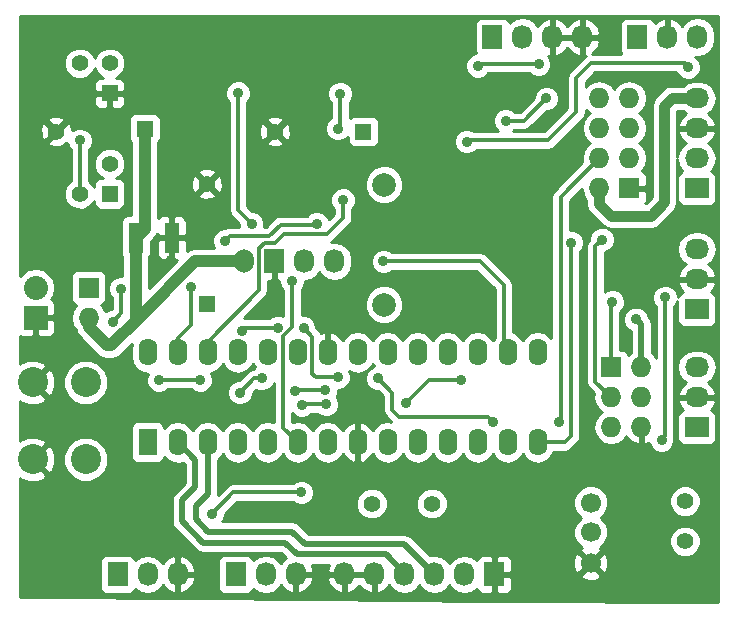
<source format=gbl>
%FSLAX46Y46*%
G04 Gerber Fmt 4.6, Leading zero omitted, Abs format (unit mm)*
G04 Created by KiCad (PCBNEW (2014-08-26 BZR 5101)-product) date 5/11/2014 11:05:25 AM*
%MOMM*%
G01*
G04 APERTURE LIST*
%ADD10C,0.100000*%
%ADD11R,1.727200X1.727200*%
%ADD12O,1.727200X1.727200*%
%ADD13C,1.700000*%
%ADD14C,1.397000*%
%ADD15R,1.397000X1.397000*%
%ADD16O,1.700000X2.000000*%
%ADD17R,1.727200X2.032000*%
%ADD18O,1.727200X2.032000*%
%ADD19C,2.540000*%
%ADD20R,1.270000X2.540000*%
%ADD21O,1.574800X2.286000*%
%ADD22R,1.574800X2.286000*%
%ADD23C,1.998980*%
%ADD24R,2.032000X2.032000*%
%ADD25O,2.032000X2.032000*%
%ADD26R,2.032000X1.727200*%
%ADD27O,2.032000X1.727200*%
%ADD28C,1.422400*%
%ADD29C,0.889000*%
%ADD30C,0.500000*%
%ADD31C,1.000000*%
%ADD32C,0.300000*%
%ADD33C,0.900000*%
%ADD34C,0.254000*%
G04 APERTURE END LIST*
D10*
D11*
X173270000Y-60310000D03*
D12*
X170730000Y-60310000D03*
X173270000Y-57770000D03*
X170730000Y-57770000D03*
X173270000Y-55230000D03*
X170730000Y-55230000D03*
X173270000Y-52690000D03*
X170730000Y-52690000D03*
D13*
X170000000Y-92050000D03*
X170000000Y-86950000D03*
X170000000Y-89450000D03*
D14*
X178000000Y-86800000D03*
X178000000Y-90200000D03*
D15*
X150750000Y-55500000D03*
D14*
X143250000Y-55500000D03*
D15*
X132250000Y-55250000D03*
D14*
X124750000Y-55500000D03*
D16*
X140690000Y-66500000D03*
D17*
X143230000Y-66500000D03*
D18*
X145770000Y-66500000D03*
X148310000Y-66500000D03*
D19*
X122750000Y-76750000D03*
X127250000Y-83250000D03*
X127250000Y-76750000D03*
X122750000Y-83250000D03*
D15*
X137500000Y-70080000D03*
D14*
X137500000Y-59920000D03*
D20*
X131476000Y-64500000D03*
X134524000Y-64500000D03*
D21*
X135030000Y-81810000D03*
X137570000Y-81810000D03*
X140110000Y-81810000D03*
X142650000Y-81810000D03*
X145190000Y-81810000D03*
X147730000Y-81810000D03*
X150270000Y-81810000D03*
X152810000Y-81810000D03*
X155350000Y-81810000D03*
X157890000Y-81810000D03*
X160430000Y-81810000D03*
X162970000Y-81810000D03*
X165510000Y-81810000D03*
D22*
X132490000Y-81810000D03*
D21*
X165510000Y-74190000D03*
X162970000Y-74190000D03*
X160430000Y-74190000D03*
X157890000Y-74190000D03*
X155350000Y-74190000D03*
X152810000Y-74190000D03*
X150270000Y-74190000D03*
X147730000Y-74190000D03*
X145190000Y-74190000D03*
X142650000Y-74190000D03*
X140110000Y-74190000D03*
X137570000Y-74190000D03*
X135030000Y-74190000D03*
X132490000Y-74190000D03*
D23*
X152500000Y-59998740D03*
X152500000Y-70158740D03*
D24*
X123000000Y-71270000D03*
D25*
X123000000Y-68730000D03*
D11*
X127500000Y-68730000D03*
D12*
X127500000Y-71270000D03*
D26*
X179000000Y-80540000D03*
D27*
X179000000Y-78000000D03*
X179000000Y-75460000D03*
D26*
X179000000Y-70540000D03*
D27*
X179000000Y-68000000D03*
X179000000Y-65460000D03*
D17*
X161850000Y-93000000D03*
D18*
X159310000Y-93000000D03*
X156770000Y-93000000D03*
X154230000Y-93000000D03*
X151690000Y-93000000D03*
X149150000Y-93000000D03*
D26*
X179000000Y-60310000D03*
D27*
X179000000Y-57770000D03*
X179000000Y-55230000D03*
X179000000Y-52690000D03*
D17*
X173960000Y-47500000D03*
D18*
X176500000Y-47500000D03*
X179040000Y-47500000D03*
D11*
X171730000Y-75460000D03*
D12*
X174270000Y-75460000D03*
X171730000Y-78000000D03*
X174270000Y-78000000D03*
X171730000Y-80540000D03*
X174270000Y-80540000D03*
D17*
X161690000Y-47500000D03*
D18*
X164230000Y-47500000D03*
X166770000Y-47500000D03*
X169310000Y-47500000D03*
D17*
X139960000Y-93000000D03*
D18*
X142500000Y-93000000D03*
X145040000Y-93000000D03*
D17*
X129960000Y-93000000D03*
D18*
X132500000Y-93000000D03*
X135040000Y-93000000D03*
D15*
X129270000Y-52270000D03*
D14*
X129270000Y-49730000D03*
X126730000Y-49730000D03*
X126730000Y-60770000D03*
D15*
X129270000Y-60770000D03*
D14*
X129270000Y-58230000D03*
D28*
X156540000Y-87000000D03*
X151460000Y-87000000D03*
D29*
X173850000Y-71400000D03*
X145500000Y-86050000D03*
X137950000Y-87850000D03*
X159300000Y-67950000D03*
X147050000Y-69700000D03*
X126100000Y-87200000D03*
X134500000Y-66400000D03*
X144700000Y-68150000D03*
X176000000Y-81600000D03*
X176300000Y-69550000D03*
X167350000Y-80100000D03*
X168350000Y-64900000D03*
X161750000Y-80100000D03*
X152000000Y-76400000D03*
X148600000Y-76300000D03*
X145700000Y-72150000D03*
X143500000Y-72100000D03*
X140500000Y-72350000D03*
X159000000Y-76500000D03*
X154350000Y-78450000D03*
X147600000Y-78600000D03*
X145550000Y-78650000D03*
X152450000Y-66500000D03*
X171850000Y-69950000D03*
X170950000Y-64650000D03*
X142150000Y-76400000D03*
X130250000Y-68800000D03*
X129550000Y-71600000D03*
X133450000Y-76550000D03*
X136950000Y-76550000D03*
X140300000Y-77600000D03*
X147550000Y-77400000D03*
X145000000Y-77450000D03*
X149050000Y-61300000D03*
X148600000Y-55250000D03*
X148800000Y-52300000D03*
X160450000Y-49950000D03*
X165600000Y-49800000D03*
X136200000Y-68650000D03*
X159500000Y-56350000D03*
X178250000Y-50050000D03*
X166250000Y-52700000D03*
X162800000Y-54600000D03*
X146800000Y-63300000D03*
X139050000Y-64750000D03*
X126750000Y-56250000D03*
X126730000Y-60770000D03*
X141300000Y-63300000D03*
X140150000Y-52250000D03*
D30*
X174270000Y-75460000D02*
X174270000Y-71820000D01*
X174270000Y-71820000D02*
X173850000Y-71400000D01*
D31*
X127500000Y-71270000D02*
X127500000Y-72050000D01*
X127500000Y-71270000D02*
X127500000Y-72050000D01*
X127500000Y-72050000D02*
X129050000Y-73600000D01*
X129400000Y-73600000D02*
X131730000Y-71270000D01*
X129050000Y-73600000D02*
X129400000Y-73600000D01*
D32*
X139750000Y-86050000D02*
X145500000Y-86050000D01*
X137950000Y-87850000D02*
X139750000Y-86050000D01*
D31*
X131730000Y-71270000D02*
X136500000Y-66500000D01*
X136500000Y-66500000D02*
X140690000Y-66500000D01*
X132250000Y-63726000D02*
X131476000Y-64500000D01*
X132250000Y-55250000D02*
X132250000Y-63726000D01*
X131476000Y-71270000D02*
X131730000Y-71270000D01*
X131476000Y-64500000D02*
X131476000Y-71270000D01*
D33*
X170730000Y-61630000D02*
X171750000Y-62650000D01*
X171750000Y-62650000D02*
X175100000Y-62650000D01*
X175100000Y-62650000D02*
X176250000Y-61500000D01*
X176250000Y-61500000D02*
X176250000Y-53350000D01*
X176250000Y-53350000D02*
X176910000Y-52690000D01*
X176910000Y-52690000D02*
X179000000Y-52690000D01*
X170730000Y-60310000D02*
X170730000Y-61630000D01*
D32*
X147730000Y-70380000D02*
X147730000Y-74190000D01*
X147050000Y-69700000D02*
X147730000Y-70380000D01*
D30*
X154230000Y-93000000D02*
X154230000Y-92880000D01*
X154230000Y-92880000D02*
X152650000Y-91300000D01*
X152650000Y-91300000D02*
X145150000Y-91300000D01*
X145150000Y-91300000D02*
X144150000Y-90300000D01*
X144150000Y-90300000D02*
X137200000Y-90300000D01*
X137200000Y-90300000D02*
X135400000Y-88500000D01*
X135400000Y-88500000D02*
X135400000Y-86700000D01*
X135400000Y-86700000D02*
X136500000Y-85600000D01*
X136500000Y-85600000D02*
X136500000Y-83280000D01*
X136500000Y-83280000D02*
X135030000Y-81810000D01*
X137570000Y-81810000D02*
X137570000Y-86180000D01*
X154220000Y-90450000D02*
X156770000Y-93000000D01*
X145800000Y-90450000D02*
X154220000Y-90450000D01*
X144750000Y-89400000D02*
X145800000Y-90450000D01*
X137600000Y-89400000D02*
X144750000Y-89400000D01*
X136550000Y-88350000D02*
X137600000Y-89400000D01*
X136550000Y-87200000D02*
X136550000Y-88350000D01*
X137570000Y-86180000D02*
X136550000Y-87200000D01*
D32*
X143950000Y-72850000D02*
X143950000Y-80400000D01*
X144750000Y-72050000D02*
X143950000Y-72850000D01*
X144750000Y-68200000D02*
X144750000Y-72050000D01*
X144700000Y-68150000D02*
X144750000Y-68200000D01*
X143950000Y-80570000D02*
X145190000Y-81810000D01*
X143950000Y-80400000D02*
X143950000Y-80570000D01*
X176000000Y-81600000D02*
X176300000Y-81300000D01*
X176300000Y-81300000D02*
X176300000Y-69550000D01*
X167450000Y-61050000D02*
X170730000Y-57770000D01*
X167450000Y-80000000D02*
X167450000Y-61050000D01*
X167350000Y-80100000D02*
X167450000Y-80000000D01*
X168350000Y-71550000D02*
X168350000Y-64900000D01*
X168350000Y-81250000D02*
X167790000Y-81810000D01*
X167790000Y-81810000D02*
X165510000Y-81810000D01*
X168350000Y-71550000D02*
X168350000Y-81250000D01*
X161750000Y-80100000D02*
X161300000Y-79650000D01*
X161300000Y-79650000D02*
X156300000Y-79650000D01*
X153800000Y-79650000D02*
X156300000Y-79650000D01*
X153200000Y-79050000D02*
X153800000Y-79650000D01*
X153200000Y-77600000D02*
X153200000Y-79050000D01*
X152000000Y-76400000D02*
X153200000Y-77600000D01*
X146750000Y-76300000D02*
X148600000Y-76300000D01*
X146450000Y-76000000D02*
X146750000Y-76300000D01*
X146450000Y-72900000D02*
X146450000Y-76000000D01*
X145700000Y-72150000D02*
X146450000Y-72900000D01*
X140750000Y-72100000D02*
X143500000Y-72100000D01*
X140500000Y-72350000D02*
X140750000Y-72100000D01*
X156300000Y-76500000D02*
X159000000Y-76500000D01*
X154350000Y-78450000D02*
X156300000Y-76500000D01*
X145600000Y-78600000D02*
X147600000Y-78600000D01*
X145550000Y-78650000D02*
X145600000Y-78600000D01*
X162650000Y-73870000D02*
X162970000Y-74190000D01*
X152450000Y-66500000D02*
X160650000Y-66500000D01*
X160650000Y-66500000D02*
X162650000Y-68500000D01*
X162650000Y-68500000D02*
X162650000Y-73870000D01*
X171730000Y-70070000D02*
X171850000Y-69950000D01*
X171730000Y-75460000D02*
X171730000Y-70070000D01*
X170400000Y-76670000D02*
X171730000Y-78000000D01*
X170400000Y-65200000D02*
X170400000Y-76670000D01*
X170950000Y-64650000D02*
X170400000Y-65200000D01*
X130250000Y-68800000D02*
X130250000Y-70900000D01*
X130250000Y-70900000D02*
X129550000Y-71600000D01*
X133450000Y-76550000D02*
X136950000Y-76550000D01*
X140300000Y-77600000D02*
X141500000Y-76400000D01*
X141500000Y-76400000D02*
X142150000Y-76400000D01*
X145050000Y-77400000D02*
X147550000Y-77400000D01*
X145000000Y-77450000D02*
X145050000Y-77400000D01*
X137570000Y-74190000D02*
X137570000Y-73280000D01*
X137570000Y-73280000D02*
X141900000Y-68950000D01*
X141900000Y-68950000D02*
X141900000Y-65400000D01*
X141900000Y-65400000D02*
X142400000Y-64900000D01*
X142400000Y-64900000D02*
X143300000Y-64900000D01*
X143300000Y-64900000D02*
X144000000Y-64200000D01*
X144000000Y-64200000D02*
X147650000Y-64200000D01*
X147650000Y-64200000D02*
X149050000Y-62800000D01*
X149050000Y-62800000D02*
X149050000Y-61300000D01*
X148600000Y-55250000D02*
X148800000Y-55050000D01*
X148800000Y-55050000D02*
X148800000Y-52300000D01*
X160450000Y-49950000D02*
X160600000Y-49800000D01*
X160600000Y-49800000D02*
X165600000Y-49800000D01*
X175450000Y-49700000D02*
X178000000Y-49700000D01*
X135030000Y-73020000D02*
X136200000Y-71850000D01*
X136200000Y-71850000D02*
X136200000Y-68650000D01*
X159500000Y-56350000D02*
X159600000Y-56250000D01*
X159600000Y-56250000D02*
X166400000Y-56250000D01*
X166400000Y-56250000D02*
X168800000Y-53850000D01*
X168800000Y-53850000D02*
X168800000Y-50950000D01*
X168800000Y-50950000D02*
X170050000Y-49700000D01*
X170050000Y-49700000D02*
X175450000Y-49700000D01*
X135030000Y-74190000D02*
X135030000Y-73020000D01*
X178000000Y-49800000D02*
X178250000Y-50050000D01*
X178000000Y-49700000D02*
X178000000Y-49800000D01*
X166250000Y-52700000D02*
X164350000Y-54600000D01*
X164350000Y-54600000D02*
X162800000Y-54600000D01*
X146800000Y-63300000D02*
X146700000Y-63400000D01*
X146700000Y-63400000D02*
X143750000Y-63400000D01*
X143750000Y-63400000D02*
X142800000Y-64350000D01*
X139450000Y-64350000D02*
X139050000Y-64750000D01*
X142800000Y-64350000D02*
X139450000Y-64350000D01*
X126750000Y-60750000D02*
X126750000Y-56250000D01*
X126730000Y-60770000D02*
X126750000Y-60750000D01*
X141300000Y-63300000D02*
X140150000Y-62150000D01*
X140150000Y-62150000D02*
X140150000Y-52250000D01*
D34*
G36*
X143965000Y-71124219D02*
X143715668Y-71020687D01*
X143286216Y-71020313D01*
X142889311Y-71184311D01*
X142758393Y-71315000D01*
X140822385Y-71315000D01*
X140715668Y-71270687D01*
X140689493Y-71270664D01*
X142455079Y-69505079D01*
X142625245Y-69250406D01*
X142685000Y-68950000D01*
X142685000Y-68151000D01*
X142944250Y-68151000D01*
X143103000Y-67992250D01*
X143103000Y-66627000D01*
X143083000Y-66627000D01*
X143083000Y-66373000D01*
X143103000Y-66373000D01*
X143103000Y-66353000D01*
X143357000Y-66353000D01*
X143357000Y-66373000D01*
X143377000Y-66373000D01*
X143377000Y-66627000D01*
X143357000Y-66627000D01*
X143357000Y-67992250D01*
X143515750Y-68151000D01*
X143620498Y-68151000D01*
X143620313Y-68363784D01*
X143784311Y-68760689D01*
X143965000Y-68941693D01*
X143965000Y-71124219D01*
X143965000Y-71124219D01*
G37*
X143965000Y-71124219D02*
X143715668Y-71020687D01*
X143286216Y-71020313D01*
X142889311Y-71184311D01*
X142758393Y-71315000D01*
X140822385Y-71315000D01*
X140715668Y-71270687D01*
X140689493Y-71270664D01*
X142455079Y-69505079D01*
X142625245Y-69250406D01*
X142685000Y-68950000D01*
X142685000Y-68151000D01*
X142944250Y-68151000D01*
X143103000Y-67992250D01*
X143103000Y-66627000D01*
X143083000Y-66627000D01*
X143083000Y-66373000D01*
X143103000Y-66373000D01*
X143103000Y-66353000D01*
X143357000Y-66353000D01*
X143357000Y-66373000D01*
X143377000Y-66373000D01*
X143377000Y-66627000D01*
X143357000Y-66627000D01*
X143357000Y-67992250D01*
X143515750Y-68151000D01*
X143620498Y-68151000D01*
X143620313Y-68363784D01*
X143784311Y-68760689D01*
X143965000Y-68941693D01*
X143965000Y-71124219D01*
G36*
X180815000Y-95315000D02*
X180683345Y-95315000D01*
X180683345Y-75460000D01*
X180683345Y-65460000D01*
X180683345Y-57770000D01*
X180569271Y-57196511D01*
X180244415Y-56710330D01*
X179934930Y-56503539D01*
X180350732Y-56132036D01*
X180604709Y-55604791D01*
X180607358Y-55589026D01*
X180486217Y-55357000D01*
X179127000Y-55357000D01*
X179127000Y-55377000D01*
X178873000Y-55377000D01*
X178873000Y-55357000D01*
X177513783Y-55357000D01*
X177392642Y-55589026D01*
X177395291Y-55604791D01*
X177649268Y-56132036D01*
X178065069Y-56503539D01*
X177755585Y-56710330D01*
X177430729Y-57196511D01*
X177335000Y-57677773D01*
X177335000Y-53799422D01*
X177359422Y-53775000D01*
X177793493Y-53775000D01*
X178065069Y-53956460D01*
X177649268Y-54327964D01*
X177395291Y-54855209D01*
X177392642Y-54870974D01*
X177513783Y-55103000D01*
X178873000Y-55103000D01*
X178873000Y-55083000D01*
X179127000Y-55083000D01*
X179127000Y-55103000D01*
X180486217Y-55103000D01*
X180607358Y-54870974D01*
X180604709Y-54855209D01*
X180350732Y-54327964D01*
X179934930Y-53956460D01*
X180244415Y-53749670D01*
X180569271Y-53263489D01*
X180683345Y-52690000D01*
X180569271Y-52116511D01*
X180244415Y-51630330D01*
X179758234Y-51305474D01*
X179184745Y-51191400D01*
X178815255Y-51191400D01*
X178241766Y-51305474D01*
X177793493Y-51605000D01*
X176910000Y-51605000D01*
X176494788Y-51687591D01*
X176142789Y-51922789D01*
X175482789Y-52582789D01*
X175247591Y-52934788D01*
X175165000Y-53350000D01*
X175165000Y-61050578D01*
X174650578Y-61565000D01*
X174640225Y-61565000D01*
X174671927Y-61533298D01*
X174768600Y-61299909D01*
X174768600Y-60595750D01*
X174609850Y-60437000D01*
X173397000Y-60437000D01*
X173397000Y-60457000D01*
X173143000Y-60457000D01*
X173143000Y-60437000D01*
X173123000Y-60437000D01*
X173123000Y-60183000D01*
X173143000Y-60183000D01*
X173143000Y-60163000D01*
X173397000Y-60163000D01*
X173397000Y-60183000D01*
X174609850Y-60183000D01*
X174768600Y-60024250D01*
X174768600Y-59320091D01*
X174671927Y-59086702D01*
X174493299Y-58908073D01*
X174339473Y-58844356D01*
X174654526Y-58372848D01*
X174768600Y-57799359D01*
X174768600Y-57740641D01*
X174654526Y-57167152D01*
X174329670Y-56680971D01*
X174058827Y-56500000D01*
X174329670Y-56319029D01*
X174654526Y-55832848D01*
X174768600Y-55259359D01*
X174768600Y-55200641D01*
X174654526Y-54627152D01*
X174329670Y-54140971D01*
X174058827Y-53960000D01*
X174329670Y-53779029D01*
X174654526Y-53292848D01*
X174768600Y-52719359D01*
X174768600Y-52660641D01*
X174654526Y-52087152D01*
X174329670Y-51600971D01*
X173843489Y-51276115D01*
X173270000Y-51162041D01*
X172696511Y-51276115D01*
X172210330Y-51600971D01*
X172000000Y-51915751D01*
X171789670Y-51600971D01*
X171303489Y-51276115D01*
X170730000Y-51162041D01*
X170156511Y-51276115D01*
X169670330Y-51600971D01*
X169585000Y-51728676D01*
X169585000Y-51275158D01*
X170375158Y-50485000D01*
X175450000Y-50485000D01*
X177261717Y-50485000D01*
X177334311Y-50660689D01*
X177637714Y-50964622D01*
X178034332Y-51129313D01*
X178463784Y-51129687D01*
X178860689Y-50965689D01*
X179164622Y-50662286D01*
X179329313Y-50265668D01*
X179329687Y-49836216D01*
X179165689Y-49439311D01*
X178878002Y-49151121D01*
X179040000Y-49183345D01*
X179613489Y-49069271D01*
X180099670Y-48744415D01*
X180424526Y-48258234D01*
X180538600Y-47684745D01*
X180538600Y-47315255D01*
X180424526Y-46741766D01*
X180099670Y-46255585D01*
X179613489Y-45930729D01*
X179040000Y-45816655D01*
X178466511Y-45930729D01*
X177980330Y-46255585D01*
X177773539Y-46565069D01*
X177402036Y-46149268D01*
X176874791Y-45895291D01*
X176859026Y-45892642D01*
X176627000Y-46013783D01*
X176627000Y-47373000D01*
X176647000Y-47373000D01*
X176647000Y-47627000D01*
X176627000Y-47627000D01*
X176627000Y-47647000D01*
X176373000Y-47647000D01*
X176373000Y-47627000D01*
X176353000Y-47627000D01*
X176353000Y-47373000D01*
X176373000Y-47373000D01*
X176373000Y-46013783D01*
X176140974Y-45892642D01*
X176125209Y-45895291D01*
X175597964Y-46149268D01*
X175443758Y-46321860D01*
X175361927Y-46124302D01*
X175183299Y-45945673D01*
X174949910Y-45849000D01*
X174697291Y-45849000D01*
X172970091Y-45849000D01*
X172736702Y-45945673D01*
X172558073Y-46124301D01*
X172461400Y-46357690D01*
X172461400Y-46610309D01*
X172461400Y-48642309D01*
X172558073Y-48875698D01*
X172597374Y-48915000D01*
X170078618Y-48915000D01*
X170212036Y-48850732D01*
X170601954Y-48414320D01*
X170795184Y-47861913D01*
X170795184Y-47138087D01*
X170601954Y-46585680D01*
X170212036Y-46149268D01*
X169684791Y-45895291D01*
X169669026Y-45892642D01*
X169437000Y-46013783D01*
X169437000Y-47373000D01*
X170650924Y-47373000D01*
X170795184Y-47138087D01*
X170795184Y-47861913D01*
X170650924Y-47627000D01*
X169437000Y-47627000D01*
X169437000Y-48986217D01*
X169602848Y-49072806D01*
X169494921Y-49144921D01*
X169183000Y-49456842D01*
X169183000Y-48986217D01*
X169183000Y-47627000D01*
X169183000Y-47373000D01*
X169183000Y-46013783D01*
X168950974Y-45892642D01*
X168935209Y-45895291D01*
X168407964Y-46149268D01*
X168040000Y-46561108D01*
X167672036Y-46149268D01*
X167144791Y-45895291D01*
X167129026Y-45892642D01*
X166897000Y-46013783D01*
X166897000Y-47373000D01*
X167969076Y-47373000D01*
X168110924Y-47373000D01*
X169183000Y-47373000D01*
X169183000Y-47627000D01*
X168110924Y-47627000D01*
X167969076Y-47627000D01*
X166897000Y-47627000D01*
X166897000Y-48986217D01*
X167129026Y-49107358D01*
X167144791Y-49104709D01*
X167672036Y-48850732D01*
X168040000Y-48438891D01*
X168407964Y-48850732D01*
X168935209Y-49104709D01*
X168950974Y-49107358D01*
X169183000Y-48986217D01*
X169183000Y-49456842D01*
X168244921Y-50394921D01*
X168074755Y-50649593D01*
X168015000Y-50950000D01*
X168015000Y-53524842D01*
X166074842Y-55465000D01*
X163461466Y-55465000D01*
X163541606Y-55385000D01*
X164350000Y-55385000D01*
X164650406Y-55325245D01*
X164650407Y-55325245D01*
X164905079Y-55155079D01*
X166280630Y-53779527D01*
X166463784Y-53779687D01*
X166860689Y-53615689D01*
X167164622Y-53312286D01*
X167329313Y-52915668D01*
X167329687Y-52486216D01*
X167165689Y-52089311D01*
X166862286Y-51785378D01*
X166679687Y-51709555D01*
X166679687Y-49586216D01*
X166515689Y-49189311D01*
X166426031Y-49099496D01*
X166643000Y-48986217D01*
X166643000Y-47627000D01*
X166623000Y-47627000D01*
X166623000Y-47373000D01*
X166643000Y-47373000D01*
X166643000Y-46013783D01*
X166410974Y-45892642D01*
X166395209Y-45895291D01*
X165867964Y-46149268D01*
X165496460Y-46565069D01*
X165289670Y-46255585D01*
X164803489Y-45930729D01*
X164230000Y-45816655D01*
X163656511Y-45930729D01*
X163170330Y-46255585D01*
X163155499Y-46277780D01*
X163091927Y-46124302D01*
X162913299Y-45945673D01*
X162679910Y-45849000D01*
X162427291Y-45849000D01*
X160700091Y-45849000D01*
X160466702Y-45945673D01*
X160288073Y-46124301D01*
X160191400Y-46357690D01*
X160191400Y-46610309D01*
X160191400Y-48642309D01*
X160285860Y-48870356D01*
X160236216Y-48870313D01*
X159839311Y-49034311D01*
X159535378Y-49337714D01*
X159370687Y-49734332D01*
X159370313Y-50163784D01*
X159534311Y-50560689D01*
X159837714Y-50864622D01*
X160234332Y-51029313D01*
X160663784Y-51029687D01*
X161060689Y-50865689D01*
X161341868Y-50585000D01*
X164858318Y-50585000D01*
X164987714Y-50714622D01*
X165384332Y-50879313D01*
X165813784Y-50879687D01*
X166210689Y-50715689D01*
X166514622Y-50412286D01*
X166679313Y-50015668D01*
X166679687Y-49586216D01*
X166679687Y-51709555D01*
X166465668Y-51620687D01*
X166036216Y-51620313D01*
X165639311Y-51784311D01*
X165335378Y-52087714D01*
X165170687Y-52484332D01*
X165170525Y-52669316D01*
X164024842Y-53815000D01*
X163541681Y-53815000D01*
X163412286Y-53685378D01*
X163015668Y-53520687D01*
X162586216Y-53520313D01*
X162189311Y-53684311D01*
X161885378Y-53987714D01*
X161720687Y-54384332D01*
X161720313Y-54813784D01*
X161884311Y-55210689D01*
X162138178Y-55465000D01*
X160141856Y-55465000D01*
X160112286Y-55435378D01*
X159715668Y-55270687D01*
X159286216Y-55270313D01*
X158889311Y-55434311D01*
X158585378Y-55737714D01*
X158420687Y-56134332D01*
X158420313Y-56563784D01*
X158584311Y-56960689D01*
X158887714Y-57264622D01*
X159284332Y-57429313D01*
X159713784Y-57429687D01*
X160110689Y-57265689D01*
X160341780Y-57035000D01*
X166400000Y-57035000D01*
X166700406Y-56975245D01*
X166700407Y-56975245D01*
X166955079Y-56805079D01*
X169355079Y-54405079D01*
X169525245Y-54150406D01*
X169585000Y-53850000D01*
X169585001Y-53850000D01*
X169585000Y-53849994D01*
X169585000Y-53651323D01*
X169670330Y-53779029D01*
X169941172Y-53960000D01*
X169670330Y-54140971D01*
X169345474Y-54627152D01*
X169231400Y-55200641D01*
X169231400Y-55259359D01*
X169345474Y-55832848D01*
X169670330Y-56319029D01*
X169941172Y-56500000D01*
X169670330Y-56680971D01*
X169345474Y-57167152D01*
X169231400Y-57740641D01*
X169231400Y-57799359D01*
X169290975Y-58098866D01*
X166894921Y-60494921D01*
X166724755Y-60749593D01*
X166665000Y-61050000D01*
X166665000Y-73017088D01*
X166515789Y-72793778D01*
X166054329Y-72485441D01*
X165510000Y-72377167D01*
X164965671Y-72485441D01*
X164504211Y-72793778D01*
X164240000Y-73189198D01*
X163975789Y-72793778D01*
X163514329Y-72485441D01*
X163435000Y-72469661D01*
X163435000Y-68500000D01*
X163375245Y-68199594D01*
X163375245Y-68199593D01*
X163205079Y-67944921D01*
X161205079Y-65944921D01*
X160950407Y-65774755D01*
X160650000Y-65715000D01*
X154134774Y-65715000D01*
X154134774Y-59675046D01*
X153886462Y-59074085D01*
X153427073Y-58613894D01*
X152826547Y-58364534D01*
X152176306Y-58363966D01*
X152083500Y-58402312D01*
X152083500Y-56324810D01*
X152083500Y-56072191D01*
X152083500Y-54675191D01*
X151986827Y-54441802D01*
X151808199Y-54263173D01*
X151574810Y-54166500D01*
X151322191Y-54166500D01*
X149925191Y-54166500D01*
X149691802Y-54263173D01*
X149585000Y-54369974D01*
X149585000Y-53041681D01*
X149714622Y-52912286D01*
X149879313Y-52515668D01*
X149879687Y-52086216D01*
X149715689Y-51689311D01*
X149412286Y-51385378D01*
X149015668Y-51220687D01*
X148586216Y-51220313D01*
X148189311Y-51384311D01*
X147885378Y-51687714D01*
X147720687Y-52084332D01*
X147720313Y-52513784D01*
X147884311Y-52910689D01*
X148015000Y-53041606D01*
X148015000Y-54323696D01*
X147989311Y-54334311D01*
X147685378Y-54637714D01*
X147520687Y-55034332D01*
X147520313Y-55463784D01*
X147684311Y-55860689D01*
X147987714Y-56164622D01*
X148384332Y-56329313D01*
X148813784Y-56329687D01*
X149210689Y-56165689D01*
X149416500Y-55960236D01*
X149416500Y-56324809D01*
X149513173Y-56558198D01*
X149691801Y-56736827D01*
X149925190Y-56833500D01*
X150177809Y-56833500D01*
X151574809Y-56833500D01*
X151808198Y-56736827D01*
X151986827Y-56558199D01*
X152083500Y-56324810D01*
X152083500Y-58402312D01*
X151575345Y-58612278D01*
X151115154Y-59071667D01*
X150865794Y-59672193D01*
X150865226Y-60322434D01*
X151113538Y-60923395D01*
X151572927Y-61383586D01*
X152173453Y-61632946D01*
X152823694Y-61633514D01*
X153424655Y-61385202D01*
X153884846Y-60925813D01*
X154134206Y-60325287D01*
X154134774Y-59675046D01*
X154134774Y-65715000D01*
X153191681Y-65715000D01*
X153062286Y-65585378D01*
X152665668Y-65420687D01*
X152236216Y-65420313D01*
X151839311Y-65584311D01*
X151535378Y-65887714D01*
X151370687Y-66284332D01*
X151370313Y-66713784D01*
X151534311Y-67110689D01*
X151837714Y-67414622D01*
X152234332Y-67579313D01*
X152663784Y-67579687D01*
X153060689Y-67415689D01*
X153191606Y-67285000D01*
X160324842Y-67285000D01*
X161865000Y-68825158D01*
X161865000Y-72942258D01*
X161700000Y-73189198D01*
X161435789Y-72793778D01*
X160974329Y-72485441D01*
X160430000Y-72377167D01*
X159885671Y-72485441D01*
X159424211Y-72793778D01*
X159160000Y-73189198D01*
X158895789Y-72793778D01*
X158434329Y-72485441D01*
X157890000Y-72377167D01*
X157345671Y-72485441D01*
X156884211Y-72793778D01*
X156620000Y-73189198D01*
X156355789Y-72793778D01*
X155894329Y-72485441D01*
X155350000Y-72377167D01*
X154805671Y-72485441D01*
X154344211Y-72793778D01*
X154134774Y-73107222D01*
X154134774Y-69835046D01*
X153886462Y-69234085D01*
X153427073Y-68773894D01*
X152826547Y-68524534D01*
X152176306Y-68523966D01*
X151575345Y-68772278D01*
X151115154Y-69231667D01*
X150865794Y-69832193D01*
X150865226Y-70482434D01*
X151113538Y-71083395D01*
X151572927Y-71543586D01*
X152173453Y-71792946D01*
X152823694Y-71793514D01*
X153424655Y-71545202D01*
X153884846Y-71085813D01*
X154134206Y-70485287D01*
X154134774Y-69835046D01*
X154134774Y-73107222D01*
X154080000Y-73189198D01*
X153815789Y-72793778D01*
X153354329Y-72485441D01*
X152810000Y-72377167D01*
X152265671Y-72485441D01*
X151804211Y-72793778D01*
X151540000Y-73189198D01*
X151275789Y-72793778D01*
X150814329Y-72485441D01*
X150270000Y-72377167D01*
X149725671Y-72485441D01*
X149264211Y-72793778D01*
X149000246Y-73188829D01*
X148995525Y-73172738D01*
X148645986Y-72738809D01*
X148156996Y-72471673D01*
X148077060Y-72454990D01*
X147857000Y-72577148D01*
X147857000Y-74063000D01*
X147877000Y-74063000D01*
X147877000Y-74317000D01*
X147857000Y-74317000D01*
X147857000Y-74337000D01*
X147603000Y-74337000D01*
X147603000Y-74317000D01*
X147583000Y-74317000D01*
X147583000Y-74063000D01*
X147603000Y-74063000D01*
X147603000Y-72577148D01*
X147382940Y-72454990D01*
X147303004Y-72471673D01*
X147146792Y-72557011D01*
X147005079Y-72344921D01*
X146779527Y-72119369D01*
X146779687Y-71936216D01*
X146615689Y-71539311D01*
X146312286Y-71235378D01*
X145915668Y-71070687D01*
X145535000Y-71070355D01*
X145535000Y-68841769D01*
X145614622Y-68762286D01*
X145779313Y-68365668D01*
X145779473Y-68181460D01*
X146343489Y-68069271D01*
X146829670Y-67744415D01*
X147040000Y-67429634D01*
X147250330Y-67744415D01*
X147736511Y-68069271D01*
X148310000Y-68183345D01*
X148883489Y-68069271D01*
X149369670Y-67744415D01*
X149694526Y-67258234D01*
X149808600Y-66684745D01*
X149808600Y-66315255D01*
X149694526Y-65741766D01*
X149369670Y-65255585D01*
X148883489Y-64930729D01*
X148310000Y-64816655D01*
X148029387Y-64872472D01*
X148205079Y-64755079D01*
X149605079Y-63355079D01*
X149775245Y-63100407D01*
X149775245Y-63100406D01*
X149835000Y-62800000D01*
X149835000Y-62041681D01*
X149964622Y-61912286D01*
X150129313Y-61515668D01*
X150129687Y-61086216D01*
X149965689Y-60689311D01*
X149662286Y-60385378D01*
X149265668Y-60220687D01*
X148836216Y-60220313D01*
X148439311Y-60384311D01*
X148135378Y-60687714D01*
X147970687Y-61084332D01*
X147970313Y-61513784D01*
X148134311Y-61910689D01*
X148265000Y-62041606D01*
X148265000Y-62474842D01*
X147813590Y-62926251D01*
X147715689Y-62689311D01*
X147412286Y-62385378D01*
X147015668Y-62220687D01*
X146586216Y-62220313D01*
X146189311Y-62384311D01*
X145958219Y-62615000D01*
X144595927Y-62615000D01*
X144595927Y-55692520D01*
X144567148Y-55162801D01*
X144419800Y-54807071D01*
X144184188Y-54745417D01*
X144004583Y-54925022D01*
X144004583Y-54565812D01*
X143942929Y-54330200D01*
X143442520Y-54154073D01*
X142912801Y-54182852D01*
X142557071Y-54330200D01*
X142495417Y-54565812D01*
X143250000Y-55320395D01*
X144004583Y-54565812D01*
X144004583Y-54925022D01*
X143429605Y-55500000D01*
X144184188Y-56254583D01*
X144419800Y-56192929D01*
X144595927Y-55692520D01*
X144595927Y-62615000D01*
X144004583Y-62615000D01*
X144004583Y-56434188D01*
X143250000Y-55679605D01*
X143070395Y-55859210D01*
X143070395Y-55500000D01*
X142315812Y-54745417D01*
X142080200Y-54807071D01*
X141904073Y-55307480D01*
X141932852Y-55837199D01*
X142080200Y-56192929D01*
X142315812Y-56254583D01*
X143070395Y-55500000D01*
X143070395Y-55859210D01*
X142495417Y-56434188D01*
X142557071Y-56669800D01*
X143057480Y-56845927D01*
X143587199Y-56817148D01*
X143942929Y-56669800D01*
X144004583Y-56434188D01*
X144004583Y-62615000D01*
X143750000Y-62615000D01*
X143449594Y-62674755D01*
X143194921Y-62844921D01*
X142474842Y-63565000D01*
X142358828Y-63565000D01*
X142379313Y-63515668D01*
X142379687Y-63086216D01*
X142215689Y-62689311D01*
X141912286Y-62385378D01*
X141515668Y-62220687D01*
X141330683Y-62220525D01*
X140935000Y-61824842D01*
X140935000Y-52991681D01*
X141064622Y-52862286D01*
X141229313Y-52465668D01*
X141229687Y-52036216D01*
X141065689Y-51639311D01*
X140762286Y-51335378D01*
X140365668Y-51170687D01*
X139936216Y-51170313D01*
X139539311Y-51334311D01*
X139235378Y-51637714D01*
X139070687Y-52034332D01*
X139070313Y-52463784D01*
X139234311Y-52860689D01*
X139365000Y-52991606D01*
X139365000Y-62150000D01*
X139424755Y-62450407D01*
X139594921Y-62705079D01*
X140220472Y-63330630D01*
X140220313Y-63513784D01*
X140241475Y-63565000D01*
X139450000Y-63565000D01*
X139149594Y-63624755D01*
X139081092Y-63670526D01*
X138845927Y-63670321D01*
X138845927Y-60112520D01*
X138817148Y-59582801D01*
X138669800Y-59227071D01*
X138434188Y-59165417D01*
X138254583Y-59345022D01*
X138254583Y-58985812D01*
X138192929Y-58750200D01*
X137692520Y-58574073D01*
X137162801Y-58602852D01*
X136807071Y-58750200D01*
X136745417Y-58985812D01*
X137500000Y-59740395D01*
X138254583Y-58985812D01*
X138254583Y-59345022D01*
X137679605Y-59920000D01*
X138434188Y-60674583D01*
X138669800Y-60612929D01*
X138845927Y-60112520D01*
X138845927Y-63670321D01*
X138836216Y-63670313D01*
X138439311Y-63834311D01*
X138254583Y-64018716D01*
X138254583Y-60854188D01*
X137500000Y-60099605D01*
X137320395Y-60279210D01*
X137320395Y-59920000D01*
X136565812Y-59165417D01*
X136330200Y-59227071D01*
X136154073Y-59727480D01*
X136182852Y-60257199D01*
X136330200Y-60612929D01*
X136565812Y-60674583D01*
X137320395Y-59920000D01*
X137320395Y-60279210D01*
X136745417Y-60854188D01*
X136807071Y-61089800D01*
X137307480Y-61265927D01*
X137837199Y-61237148D01*
X138192929Y-61089800D01*
X138254583Y-60854188D01*
X138254583Y-64018716D01*
X138135378Y-64137714D01*
X137970687Y-64534332D01*
X137970313Y-64963784D01*
X138134311Y-65360689D01*
X138138614Y-65365000D01*
X136500000Y-65365000D01*
X136065655Y-65451396D01*
X135794000Y-65632910D01*
X135794000Y-64785750D01*
X135794000Y-64214250D01*
X135794000Y-63356309D01*
X135794000Y-63103690D01*
X135697327Y-62870301D01*
X135518698Y-62691673D01*
X135285309Y-62595000D01*
X134809750Y-62595000D01*
X134651000Y-62753750D01*
X134651000Y-64373000D01*
X135635250Y-64373000D01*
X135794000Y-64214250D01*
X135794000Y-64785750D01*
X135635250Y-64627000D01*
X134651000Y-64627000D01*
X134651000Y-66246250D01*
X134809750Y-66405000D01*
X134989868Y-66405000D01*
X134397000Y-66997868D01*
X134397000Y-66246250D01*
X134397000Y-64627000D01*
X133412750Y-64627000D01*
X133254000Y-64785750D01*
X133254000Y-65643691D01*
X133254000Y-65896310D01*
X133350673Y-66129699D01*
X133529302Y-66308327D01*
X133762691Y-66405000D01*
X134238250Y-66405000D01*
X134397000Y-66246250D01*
X134397000Y-66997868D01*
X132611000Y-68783868D01*
X132611000Y-66168025D01*
X132649327Y-66129699D01*
X132746000Y-65896310D01*
X132746000Y-65643691D01*
X132746000Y-64835132D01*
X133052566Y-64528566D01*
X133259146Y-64219396D01*
X133412750Y-64373000D01*
X134397000Y-64373000D01*
X134397000Y-62753750D01*
X134238250Y-62595000D01*
X133762691Y-62595000D01*
X133529302Y-62691673D01*
X133385000Y-62835974D01*
X133385000Y-56410025D01*
X133486827Y-56308199D01*
X133583500Y-56074810D01*
X133583500Y-55822191D01*
X133583500Y-54425191D01*
X133486827Y-54191802D01*
X133308199Y-54013173D01*
X133074810Y-53916500D01*
X132822191Y-53916500D01*
X131425191Y-53916500D01*
X131191802Y-54013173D01*
X131013173Y-54191801D01*
X130916500Y-54425190D01*
X130916500Y-54677809D01*
X130916500Y-56074809D01*
X131013173Y-56308198D01*
X131115000Y-56410025D01*
X131115000Y-62595000D01*
X130714691Y-62595000D01*
X130603731Y-62640961D01*
X130603731Y-57965914D01*
X130603731Y-49465914D01*
X130401146Y-48975620D01*
X130026353Y-48600173D01*
X129536413Y-48396732D01*
X129005914Y-48396269D01*
X128515620Y-48598854D01*
X128140173Y-48973647D01*
X127999906Y-49311446D01*
X127861146Y-48975620D01*
X127486353Y-48600173D01*
X126996413Y-48396732D01*
X126465914Y-48396269D01*
X125975620Y-48598854D01*
X125600173Y-48973647D01*
X125396732Y-49463587D01*
X125396269Y-49994086D01*
X125598854Y-50484380D01*
X125973647Y-50859827D01*
X126463587Y-51063268D01*
X126994086Y-51063731D01*
X127484380Y-50861146D01*
X127859827Y-50486353D01*
X128000093Y-50148553D01*
X128138854Y-50484380D01*
X128513647Y-50859827D01*
X128698295Y-50936500D01*
X128697809Y-50936500D01*
X128445190Y-50936500D01*
X128211801Y-51033173D01*
X128033173Y-51211802D01*
X127936500Y-51445191D01*
X127936500Y-51984250D01*
X128095250Y-52143000D01*
X129143000Y-52143000D01*
X129143000Y-52123000D01*
X129397000Y-52123000D01*
X129397000Y-52143000D01*
X130444750Y-52143000D01*
X130603500Y-51984250D01*
X130603500Y-51445191D01*
X130506827Y-51211802D01*
X130328199Y-51033173D01*
X130094810Y-50936500D01*
X129842191Y-50936500D01*
X129842009Y-50936500D01*
X130024380Y-50861146D01*
X130399827Y-50486353D01*
X130603268Y-49996413D01*
X130603731Y-49465914D01*
X130603731Y-57965914D01*
X130603500Y-57965354D01*
X130603500Y-53094809D01*
X130603500Y-52555750D01*
X130444750Y-52397000D01*
X129397000Y-52397000D01*
X129397000Y-53444750D01*
X129555750Y-53603500D01*
X129842191Y-53603500D01*
X130094810Y-53603500D01*
X130328199Y-53506827D01*
X130506827Y-53328198D01*
X130603500Y-53094809D01*
X130603500Y-57965354D01*
X130401146Y-57475620D01*
X130026353Y-57100173D01*
X129536413Y-56896732D01*
X129143000Y-56896388D01*
X129143000Y-53444750D01*
X129143000Y-52397000D01*
X128095250Y-52397000D01*
X127936500Y-52555750D01*
X127936500Y-53094809D01*
X128033173Y-53328198D01*
X128211801Y-53506827D01*
X128445190Y-53603500D01*
X128697809Y-53603500D01*
X128984250Y-53603500D01*
X129143000Y-53444750D01*
X129143000Y-56896388D01*
X129005914Y-56896269D01*
X128515620Y-57098854D01*
X128140173Y-57473647D01*
X127936732Y-57963587D01*
X127936269Y-58494086D01*
X128138854Y-58984380D01*
X128513647Y-59359827D01*
X128698295Y-59436500D01*
X128445191Y-59436500D01*
X128211802Y-59533173D01*
X128033173Y-59711801D01*
X127936500Y-59945190D01*
X127936500Y-60197809D01*
X127936500Y-60197990D01*
X127861146Y-60015620D01*
X127535000Y-59688904D01*
X127535000Y-56991681D01*
X127664622Y-56862286D01*
X127829313Y-56465668D01*
X127829687Y-56036216D01*
X127665689Y-55639311D01*
X127362286Y-55335378D01*
X126965668Y-55170687D01*
X126536216Y-55170313D01*
X126139311Y-55334311D01*
X126079698Y-55393819D01*
X126067148Y-55162801D01*
X125919800Y-54807071D01*
X125684188Y-54745417D01*
X125504583Y-54925022D01*
X125504583Y-54565812D01*
X125442929Y-54330200D01*
X124942520Y-54154073D01*
X124412801Y-54182852D01*
X124057071Y-54330200D01*
X123995417Y-54565812D01*
X124750000Y-55320395D01*
X125504583Y-54565812D01*
X125504583Y-54925022D01*
X124929605Y-55500000D01*
X124943747Y-55514142D01*
X124764142Y-55693747D01*
X124750000Y-55679605D01*
X124570395Y-55859210D01*
X124570395Y-55500000D01*
X123815812Y-54745417D01*
X123580200Y-54807071D01*
X123404073Y-55307480D01*
X123432852Y-55837199D01*
X123580200Y-56192929D01*
X123815812Y-56254583D01*
X124570395Y-55500000D01*
X124570395Y-55859210D01*
X123995417Y-56434188D01*
X124057071Y-56669800D01*
X124557480Y-56845927D01*
X125087199Y-56817148D01*
X125442929Y-56669800D01*
X125504582Y-56434190D01*
X125504583Y-56434191D01*
X125619837Y-56549445D01*
X125680600Y-56488681D01*
X125834311Y-56860689D01*
X125965000Y-56991606D01*
X125965000Y-59649455D01*
X125600173Y-60013647D01*
X125504583Y-60243853D01*
X125396732Y-60503587D01*
X125396269Y-61034086D01*
X125598854Y-61524380D01*
X125973647Y-61899827D01*
X126463587Y-62103268D01*
X126994086Y-62103731D01*
X127484380Y-61901146D01*
X127859827Y-61526353D01*
X127936500Y-61341704D01*
X127936500Y-61594809D01*
X128033173Y-61828198D01*
X128211801Y-62006827D01*
X128445190Y-62103500D01*
X128697809Y-62103500D01*
X130094809Y-62103500D01*
X130328198Y-62006827D01*
X130506827Y-61828199D01*
X130603500Y-61594810D01*
X130603500Y-61342191D01*
X130603500Y-59945191D01*
X130506827Y-59711802D01*
X130328199Y-59533173D01*
X130094810Y-59436500D01*
X129842191Y-59436500D01*
X129842009Y-59436500D01*
X130024380Y-59361146D01*
X130399827Y-58986353D01*
X130603268Y-58496413D01*
X130603731Y-57965914D01*
X130603731Y-62640961D01*
X130481302Y-62691673D01*
X130302673Y-62870301D01*
X130206000Y-63103690D01*
X130206000Y-63356309D01*
X130206000Y-65896309D01*
X130302673Y-66129698D01*
X130341000Y-66168025D01*
X130341000Y-67720578D01*
X130036216Y-67720313D01*
X129639311Y-67884311D01*
X129335378Y-68187714D01*
X129170687Y-68584332D01*
X129170313Y-69013784D01*
X129334311Y-69410689D01*
X129465000Y-69541606D01*
X129465000Y-70520425D01*
X129336216Y-70520313D01*
X128939311Y-70684311D01*
X128916072Y-70707508D01*
X128913885Y-70696511D01*
X128589029Y-70210330D01*
X128567976Y-70196263D01*
X128723298Y-70131927D01*
X128901927Y-69953299D01*
X128998600Y-69719910D01*
X128998600Y-69467291D01*
X128998600Y-67740091D01*
X128901927Y-67506702D01*
X128723299Y-67328073D01*
X128489910Y-67231400D01*
X128237291Y-67231400D01*
X126510091Y-67231400D01*
X126276702Y-67328073D01*
X126098073Y-67506701D01*
X126001400Y-67740090D01*
X126001400Y-67992709D01*
X126001400Y-69719909D01*
X126098073Y-69953298D01*
X126276701Y-70131927D01*
X126432022Y-70196263D01*
X126410971Y-70210330D01*
X126086115Y-70696511D01*
X125972041Y-71270000D01*
X126086115Y-71843489D01*
X126410971Y-72329670D01*
X126422110Y-72337113D01*
X126451397Y-72484346D01*
X126697434Y-72852566D01*
X128247434Y-74402566D01*
X128615654Y-74648603D01*
X128615655Y-74648603D01*
X129050000Y-74735000D01*
X129400000Y-74735000D01*
X129834345Y-74648603D01*
X129834346Y-74648603D01*
X130202566Y-74402566D01*
X131132664Y-73472467D01*
X131067600Y-73799567D01*
X131067600Y-74580433D01*
X131175874Y-75124762D01*
X131484211Y-75586222D01*
X131945671Y-75894559D01*
X132490000Y-76002833D01*
X132509989Y-75998856D01*
X132370687Y-76334332D01*
X132370313Y-76763784D01*
X132534311Y-77160689D01*
X132837714Y-77464622D01*
X133234332Y-77629313D01*
X133663784Y-77629687D01*
X134060689Y-77465689D01*
X134191606Y-77335000D01*
X136208318Y-77335000D01*
X136337714Y-77464622D01*
X136734332Y-77629313D01*
X137163784Y-77629687D01*
X137560689Y-77465689D01*
X137864622Y-77162286D01*
X138029313Y-76765668D01*
X138029687Y-76336216D01*
X137867485Y-75943659D01*
X138114329Y-75894559D01*
X138575789Y-75586222D01*
X138840000Y-75190801D01*
X139104211Y-75586222D01*
X139565671Y-75894559D01*
X140110000Y-76002833D01*
X140654329Y-75894559D01*
X141115789Y-75586222D01*
X141380000Y-75190801D01*
X141568153Y-75472393D01*
X141539311Y-75484311D01*
X141385597Y-75637756D01*
X141199593Y-75674755D01*
X140944921Y-75844921D01*
X140269369Y-76520472D01*
X140086216Y-76520313D01*
X139689311Y-76684311D01*
X139385378Y-76987714D01*
X139220687Y-77384332D01*
X139220313Y-77813784D01*
X139384311Y-78210689D01*
X139687714Y-78514622D01*
X140084332Y-78679313D01*
X140513784Y-78679687D01*
X140910689Y-78515689D01*
X141214622Y-78212286D01*
X141379313Y-77815668D01*
X141379474Y-77630683D01*
X141649230Y-77360927D01*
X141934332Y-77479313D01*
X142363784Y-77479687D01*
X142760689Y-77315689D01*
X143064622Y-77012286D01*
X143165000Y-76770550D01*
X143165000Y-80099607D01*
X142650000Y-79997167D01*
X142105671Y-80105441D01*
X141644211Y-80413778D01*
X141380000Y-80809198D01*
X141115789Y-80413778D01*
X140654329Y-80105441D01*
X140110000Y-79997167D01*
X139565671Y-80105441D01*
X139104211Y-80413778D01*
X138840000Y-80809198D01*
X138575789Y-80413778D01*
X138114329Y-80105441D01*
X137570000Y-79997167D01*
X137025671Y-80105441D01*
X136564211Y-80413778D01*
X136300000Y-80809198D01*
X136035789Y-80413778D01*
X135574329Y-80105441D01*
X135030000Y-79997167D01*
X134485671Y-80105441D01*
X134024211Y-80413778D01*
X133912400Y-80581115D01*
X133912400Y-80540691D01*
X133815727Y-80307302D01*
X133637099Y-80128673D01*
X133403710Y-80032000D01*
X133151091Y-80032000D01*
X131576291Y-80032000D01*
X131342902Y-80128673D01*
X131164273Y-80307301D01*
X131067600Y-80540690D01*
X131067600Y-80793309D01*
X131067600Y-83079309D01*
X131164273Y-83312698D01*
X131342901Y-83491327D01*
X131576290Y-83588000D01*
X131828909Y-83588000D01*
X133403709Y-83588000D01*
X133637098Y-83491327D01*
X133815727Y-83312699D01*
X133912400Y-83079310D01*
X133912400Y-83038884D01*
X134024211Y-83206222D01*
X134485671Y-83514559D01*
X135030000Y-83622833D01*
X135498135Y-83529714D01*
X135615000Y-83646579D01*
X135615000Y-85233420D01*
X134774210Y-86074210D01*
X134582367Y-86361325D01*
X134571189Y-86417515D01*
X134514999Y-86700000D01*
X134515000Y-86700005D01*
X134515000Y-88499994D01*
X134514999Y-88500000D01*
X134571189Y-88782484D01*
X134582367Y-88838675D01*
X134774210Y-89125790D01*
X136574207Y-90925786D01*
X136574210Y-90925790D01*
X136861325Y-91117633D01*
X137200000Y-91185000D01*
X143783420Y-91185000D01*
X144212016Y-91613596D01*
X144137964Y-91649268D01*
X143766460Y-92065069D01*
X143559670Y-91755585D01*
X143073489Y-91430729D01*
X142500000Y-91316655D01*
X141926511Y-91430729D01*
X141440330Y-91755585D01*
X141425499Y-91777780D01*
X141361927Y-91624302D01*
X141183299Y-91445673D01*
X140949910Y-91349000D01*
X140697291Y-91349000D01*
X138970091Y-91349000D01*
X138736702Y-91445673D01*
X138558073Y-91624301D01*
X138461400Y-91857690D01*
X138461400Y-92110309D01*
X138461400Y-94142309D01*
X138558073Y-94375698D01*
X138736701Y-94554327D01*
X138970090Y-94651000D01*
X139222709Y-94651000D01*
X140949909Y-94651000D01*
X141183298Y-94554327D01*
X141361927Y-94375699D01*
X141425500Y-94222220D01*
X141440330Y-94244415D01*
X141926511Y-94569271D01*
X142500000Y-94683345D01*
X143073489Y-94569271D01*
X143559670Y-94244415D01*
X143766460Y-93934930D01*
X144137964Y-94350732D01*
X144665209Y-94604709D01*
X144680974Y-94607358D01*
X144913000Y-94486217D01*
X144913000Y-93127000D01*
X144893000Y-93127000D01*
X144893000Y-92873000D01*
X144913000Y-92873000D01*
X144913000Y-92853000D01*
X145167000Y-92853000D01*
X145167000Y-92873000D01*
X146380924Y-92873000D01*
X146525184Y-92638087D01*
X146366695Y-92185000D01*
X147823304Y-92185000D01*
X147664816Y-92638087D01*
X147809076Y-92873000D01*
X149023000Y-92873000D01*
X149023000Y-92853000D01*
X149277000Y-92853000D01*
X149277000Y-92873000D01*
X150349076Y-92873000D01*
X150490924Y-92873000D01*
X151563000Y-92873000D01*
X151563000Y-92853000D01*
X151817000Y-92853000D01*
X151817000Y-92873000D01*
X151837000Y-92873000D01*
X151837000Y-93127000D01*
X151817000Y-93127000D01*
X151817000Y-94486217D01*
X152049026Y-94607358D01*
X152064791Y-94604709D01*
X152592036Y-94350732D01*
X152963539Y-93934930D01*
X153170330Y-94244415D01*
X153656511Y-94569271D01*
X154230000Y-94683345D01*
X154803489Y-94569271D01*
X155289670Y-94244415D01*
X155500000Y-93929634D01*
X155710330Y-94244415D01*
X156196511Y-94569271D01*
X156770000Y-94683345D01*
X157343489Y-94569271D01*
X157829670Y-94244415D01*
X158040000Y-93929634D01*
X158250330Y-94244415D01*
X158736511Y-94569271D01*
X159310000Y-94683345D01*
X159883489Y-94569271D01*
X160369670Y-94244415D01*
X160384499Y-94222220D01*
X160448073Y-94375699D01*
X160626702Y-94554327D01*
X160860091Y-94651000D01*
X161564250Y-94651000D01*
X161723000Y-94492250D01*
X161723000Y-93127000D01*
X161703000Y-93127000D01*
X161703000Y-92873000D01*
X161723000Y-92873000D01*
X161723000Y-91507750D01*
X161564250Y-91349000D01*
X160860091Y-91349000D01*
X160626702Y-91445673D01*
X160448073Y-91624301D01*
X160384499Y-91777779D01*
X160369670Y-91755585D01*
X159883489Y-91430729D01*
X159310000Y-91316655D01*
X158736511Y-91430729D01*
X158250330Y-91755585D01*
X158040000Y-92070365D01*
X157886434Y-91840538D01*
X157886434Y-86733399D01*
X157681919Y-86238435D01*
X157303557Y-85859412D01*
X156808951Y-85654034D01*
X156273399Y-85653566D01*
X155778435Y-85858081D01*
X155399412Y-86236443D01*
X155194034Y-86731049D01*
X155193566Y-87266601D01*
X155398081Y-87761565D01*
X155776443Y-88140588D01*
X156271049Y-88345966D01*
X156806601Y-88346434D01*
X157301565Y-88141919D01*
X157680588Y-87763557D01*
X157885966Y-87268951D01*
X157886434Y-86733399D01*
X157886434Y-91840538D01*
X157829670Y-91755585D01*
X157343489Y-91430729D01*
X156770000Y-91316655D01*
X156409868Y-91388289D01*
X154845790Y-89824210D01*
X154558675Y-89632367D01*
X154502484Y-89621189D01*
X154220000Y-89564999D01*
X154219994Y-89565000D01*
X152806434Y-89565000D01*
X152806434Y-86733399D01*
X152601919Y-86238435D01*
X152223557Y-85859412D01*
X151728951Y-85654034D01*
X151193399Y-85653566D01*
X150698435Y-85858081D01*
X150319412Y-86236443D01*
X150114034Y-86731049D01*
X150113566Y-87266601D01*
X150318081Y-87761565D01*
X150696443Y-88140588D01*
X151191049Y-88345966D01*
X151726601Y-88346434D01*
X152221565Y-88141919D01*
X152600588Y-87763557D01*
X152805966Y-87268951D01*
X152806434Y-86733399D01*
X152806434Y-89565000D01*
X146166579Y-89565000D01*
X145375790Y-88774210D01*
X145088675Y-88582367D01*
X145032484Y-88571189D01*
X144750000Y-88514999D01*
X144749994Y-88515000D01*
X138811815Y-88515000D01*
X138864622Y-88462286D01*
X139029313Y-88065668D01*
X139029474Y-87880683D01*
X140075158Y-86835000D01*
X144758318Y-86835000D01*
X144887714Y-86964622D01*
X145284332Y-87129313D01*
X145713784Y-87129687D01*
X146110689Y-86965689D01*
X146414622Y-86662286D01*
X146579313Y-86265668D01*
X146579687Y-85836216D01*
X146415689Y-85439311D01*
X146112286Y-85135378D01*
X145715668Y-84970687D01*
X145286216Y-84970313D01*
X144889311Y-85134311D01*
X144758393Y-85265000D01*
X139750000Y-85265000D01*
X139449594Y-85324755D01*
X139194921Y-85494921D01*
X138441383Y-86248458D01*
X138455000Y-86180000D01*
X138455001Y-86180000D01*
X138455000Y-86179994D01*
X138455000Y-83286930D01*
X138575789Y-83206222D01*
X138840000Y-82810801D01*
X139104211Y-83206222D01*
X139565671Y-83514559D01*
X140110000Y-83622833D01*
X140654329Y-83514559D01*
X141115789Y-83206222D01*
X141380000Y-82810801D01*
X141644211Y-83206222D01*
X142105671Y-83514559D01*
X142650000Y-83622833D01*
X143194329Y-83514559D01*
X143655789Y-83206222D01*
X143920000Y-82810801D01*
X144184211Y-83206222D01*
X144645671Y-83514559D01*
X145190000Y-83622833D01*
X145734329Y-83514559D01*
X146195789Y-83206222D01*
X146460000Y-82810801D01*
X146724211Y-83206222D01*
X147185671Y-83514559D01*
X147730000Y-83622833D01*
X148274329Y-83514559D01*
X148735789Y-83206222D01*
X148999753Y-82811170D01*
X149004475Y-82827262D01*
X149354014Y-83261191D01*
X149843004Y-83528327D01*
X149922940Y-83545010D01*
X150143000Y-83422852D01*
X150143000Y-81937000D01*
X150123000Y-81937000D01*
X150123000Y-81683000D01*
X150143000Y-81683000D01*
X150143000Y-80197148D01*
X149922940Y-80074990D01*
X149843004Y-80091673D01*
X149354014Y-80358809D01*
X149004475Y-80792738D01*
X148999753Y-80808829D01*
X148735789Y-80413778D01*
X148274329Y-80105441D01*
X147730000Y-79997167D01*
X147185671Y-80105441D01*
X146724211Y-80413778D01*
X146460000Y-80809198D01*
X146195789Y-80413778D01*
X145734329Y-80105441D01*
X145190000Y-79997167D01*
X144735000Y-80087672D01*
X144735000Y-79361553D01*
X144937714Y-79564622D01*
X145334332Y-79729313D01*
X145763784Y-79729687D01*
X146160689Y-79565689D01*
X146341693Y-79385000D01*
X146858318Y-79385000D01*
X146987714Y-79514622D01*
X147384332Y-79679313D01*
X147813784Y-79679687D01*
X148210689Y-79515689D01*
X148514622Y-79212286D01*
X148679313Y-78815668D01*
X148679687Y-78386216D01*
X148515689Y-77989311D01*
X148486361Y-77959932D01*
X148629313Y-77615668D01*
X148629518Y-77379526D01*
X148813784Y-77379687D01*
X149210689Y-77215689D01*
X149514622Y-76912286D01*
X149679313Y-76515668D01*
X149679687Y-76086216D01*
X149552756Y-75779021D01*
X149725671Y-75894559D01*
X150270000Y-76002833D01*
X150814329Y-75894559D01*
X151275789Y-75586222D01*
X151540000Y-75190801D01*
X151661083Y-75372016D01*
X151389311Y-75484311D01*
X151085378Y-75787714D01*
X150920687Y-76184332D01*
X150920313Y-76613784D01*
X151084311Y-77010689D01*
X151387714Y-77314622D01*
X151784332Y-77479313D01*
X151969316Y-77479474D01*
X152415000Y-77925158D01*
X152415000Y-79050000D01*
X152474755Y-79350407D01*
X152644921Y-79605079D01*
X153093376Y-80053534D01*
X152810000Y-79997167D01*
X152265671Y-80105441D01*
X151804211Y-80413778D01*
X151540246Y-80808829D01*
X151535525Y-80792738D01*
X151185986Y-80358809D01*
X150696996Y-80091673D01*
X150617060Y-80074990D01*
X150397000Y-80197148D01*
X150397000Y-81683000D01*
X150417000Y-81683000D01*
X150417000Y-81937000D01*
X150397000Y-81937000D01*
X150397000Y-83422852D01*
X150617060Y-83545010D01*
X150696996Y-83528327D01*
X151185986Y-83261191D01*
X151535525Y-82827262D01*
X151540246Y-82811170D01*
X151804211Y-83206222D01*
X152265671Y-83514559D01*
X152810000Y-83622833D01*
X153354329Y-83514559D01*
X153815789Y-83206222D01*
X154080000Y-82810801D01*
X154344211Y-83206222D01*
X154805671Y-83514559D01*
X155350000Y-83622833D01*
X155894329Y-83514559D01*
X156355789Y-83206222D01*
X156620000Y-82810801D01*
X156884211Y-83206222D01*
X157345671Y-83514559D01*
X157890000Y-83622833D01*
X158434329Y-83514559D01*
X158895789Y-83206222D01*
X159160000Y-82810801D01*
X159424211Y-83206222D01*
X159885671Y-83514559D01*
X160430000Y-83622833D01*
X160974329Y-83514559D01*
X161435789Y-83206222D01*
X161700000Y-82810801D01*
X161964211Y-83206222D01*
X162425671Y-83514559D01*
X162970000Y-83622833D01*
X163514329Y-83514559D01*
X163975789Y-83206222D01*
X164240000Y-82810801D01*
X164504211Y-83206222D01*
X164965671Y-83514559D01*
X165510000Y-83622833D01*
X166054329Y-83514559D01*
X166515789Y-83206222D01*
X166824126Y-82744762D01*
X166853915Y-82595000D01*
X167790000Y-82595000D01*
X168090406Y-82535245D01*
X168090407Y-82535245D01*
X168345079Y-82365079D01*
X168905079Y-81805079D01*
X169075245Y-81550406D01*
X169135000Y-81250000D01*
X169135001Y-81250000D01*
X169135000Y-81249994D01*
X169135000Y-71550000D01*
X169135000Y-65641681D01*
X169264622Y-65512286D01*
X169429313Y-65115668D01*
X169429687Y-64686216D01*
X169265689Y-64289311D01*
X168962286Y-63985378D01*
X168565668Y-63820687D01*
X168235000Y-63820399D01*
X168235000Y-61375157D01*
X169237936Y-60372220D01*
X169345474Y-60912848D01*
X169645000Y-61361120D01*
X169645000Y-61630000D01*
X169727591Y-62045212D01*
X169962789Y-62397211D01*
X170982789Y-63417211D01*
X171289333Y-63622037D01*
X171165668Y-63570687D01*
X170736216Y-63570313D01*
X170339311Y-63734311D01*
X170035378Y-64037714D01*
X169870687Y-64434332D01*
X169870525Y-64619316D01*
X169844921Y-64644921D01*
X169674755Y-64899593D01*
X169615000Y-65200000D01*
X169615000Y-76670000D01*
X169674755Y-76970407D01*
X169844921Y-77225079D01*
X170290975Y-77671133D01*
X170231400Y-77970641D01*
X170231400Y-78029359D01*
X170345474Y-78602848D01*
X170670330Y-79089029D01*
X170941172Y-79270000D01*
X170670330Y-79450971D01*
X170345474Y-79937152D01*
X170231400Y-80510641D01*
X170231400Y-80569359D01*
X170345474Y-81142848D01*
X170670330Y-81629029D01*
X171156511Y-81953885D01*
X171730000Y-82067959D01*
X172303489Y-81953885D01*
X172789670Y-81629029D01*
X173005663Y-81305771D01*
X173063179Y-81428490D01*
X173495053Y-81822688D01*
X173910974Y-81994958D01*
X174143000Y-81873817D01*
X174143000Y-80667000D01*
X174123000Y-80667000D01*
X174123000Y-80413000D01*
X174143000Y-80413000D01*
X174143000Y-80393000D01*
X174397000Y-80393000D01*
X174397000Y-80413000D01*
X174417000Y-80413000D01*
X174417000Y-80667000D01*
X174397000Y-80667000D01*
X174397000Y-81873817D01*
X174629026Y-81994958D01*
X174941667Y-81865465D01*
X175084311Y-82210689D01*
X175387714Y-82514622D01*
X175784332Y-82679313D01*
X176213784Y-82679687D01*
X176610689Y-82515689D01*
X176914622Y-82212286D01*
X177079313Y-81815668D01*
X177079687Y-81386216D01*
X177071696Y-81366878D01*
X177085000Y-81300000D01*
X177085000Y-70291681D01*
X177214622Y-70162286D01*
X177349000Y-69838669D01*
X177349000Y-71529909D01*
X177445673Y-71763298D01*
X177624301Y-71941927D01*
X177857690Y-72038600D01*
X178110309Y-72038600D01*
X180142309Y-72038600D01*
X180375698Y-71941927D01*
X180554327Y-71763299D01*
X180651000Y-71529910D01*
X180651000Y-71277291D01*
X180651000Y-69550091D01*
X180554327Y-69316702D01*
X180375699Y-69138073D01*
X180178139Y-69056241D01*
X180350732Y-68902036D01*
X180604709Y-68374791D01*
X180607358Y-68359026D01*
X180486217Y-68127000D01*
X179127000Y-68127000D01*
X179127000Y-68147000D01*
X178873000Y-68147000D01*
X178873000Y-68127000D01*
X177513783Y-68127000D01*
X177392642Y-68359026D01*
X177395291Y-68374791D01*
X177649268Y-68902036D01*
X177821860Y-69056241D01*
X177624302Y-69138073D01*
X177445673Y-69316701D01*
X177379565Y-69476299D01*
X177379687Y-69336216D01*
X177215689Y-68939311D01*
X176912286Y-68635378D01*
X176515668Y-68470687D01*
X176086216Y-68470313D01*
X175689311Y-68634311D01*
X175385378Y-68937714D01*
X175220687Y-69334332D01*
X175220313Y-69763784D01*
X175384311Y-70160689D01*
X175515000Y-70291606D01*
X175515000Y-74648336D01*
X175329670Y-74370971D01*
X175155000Y-74254260D01*
X175155000Y-71820005D01*
X175155000Y-71820000D01*
X175155001Y-71820000D01*
X175098810Y-71537515D01*
X175087633Y-71481326D01*
X175087633Y-71481325D01*
X174929635Y-71244864D01*
X174929687Y-71186216D01*
X174765689Y-70789311D01*
X174462286Y-70485378D01*
X174065668Y-70320687D01*
X173636216Y-70320313D01*
X173239311Y-70484311D01*
X172935378Y-70787714D01*
X172770687Y-71184332D01*
X172770313Y-71613784D01*
X172934311Y-72010689D01*
X173237714Y-72314622D01*
X173385000Y-72375780D01*
X173385000Y-74254260D01*
X173210330Y-74370971D01*
X173196263Y-74392023D01*
X173131927Y-74236702D01*
X172953299Y-74058073D01*
X172719910Y-73961400D01*
X172515000Y-73961400D01*
X172515000Y-70811472D01*
X172764622Y-70562286D01*
X172929313Y-70165668D01*
X172929687Y-69736216D01*
X172765689Y-69339311D01*
X172462286Y-69035378D01*
X172065668Y-68870687D01*
X171636216Y-68870313D01*
X171239311Y-69034311D01*
X171185000Y-69088527D01*
X171185000Y-65720920D01*
X171560689Y-65565689D01*
X171864622Y-65262286D01*
X172029313Y-64865668D01*
X172029687Y-64436216D01*
X171865689Y-64039311D01*
X171562286Y-63735378D01*
X171387937Y-63662981D01*
X171750000Y-63735000D01*
X175100000Y-63735000D01*
X175515211Y-63652409D01*
X175515212Y-63652409D01*
X175867211Y-63417211D01*
X177017211Y-62267211D01*
X177252409Y-61915212D01*
X177252410Y-61915211D01*
X177335000Y-61500000D01*
X177335000Y-57862226D01*
X177430729Y-58343489D01*
X177755585Y-58829670D01*
X177777780Y-58844500D01*
X177624302Y-58908073D01*
X177445673Y-59086701D01*
X177349000Y-59320090D01*
X177349000Y-59572709D01*
X177349000Y-61299909D01*
X177445673Y-61533298D01*
X177624301Y-61711927D01*
X177857690Y-61808600D01*
X178110309Y-61808600D01*
X180142309Y-61808600D01*
X180375698Y-61711927D01*
X180554327Y-61533299D01*
X180651000Y-61299910D01*
X180651000Y-61047291D01*
X180651000Y-59320091D01*
X180554327Y-59086702D01*
X180375699Y-58908073D01*
X180222220Y-58844499D01*
X180244415Y-58829670D01*
X180569271Y-58343489D01*
X180683345Y-57770000D01*
X180683345Y-65460000D01*
X180569271Y-64886511D01*
X180244415Y-64400330D01*
X179758234Y-64075474D01*
X179184745Y-63961400D01*
X178815255Y-63961400D01*
X178241766Y-64075474D01*
X177755585Y-64400330D01*
X177430729Y-64886511D01*
X177316655Y-65460000D01*
X177430729Y-66033489D01*
X177755585Y-66519670D01*
X178065069Y-66726460D01*
X177649268Y-67097964D01*
X177395291Y-67625209D01*
X177392642Y-67640974D01*
X177513783Y-67873000D01*
X178873000Y-67873000D01*
X178873000Y-67853000D01*
X179127000Y-67853000D01*
X179127000Y-67873000D01*
X180486217Y-67873000D01*
X180607358Y-67640974D01*
X180604709Y-67625209D01*
X180350732Y-67097964D01*
X179934930Y-66726460D01*
X180244415Y-66519670D01*
X180569271Y-66033489D01*
X180683345Y-65460000D01*
X180683345Y-75460000D01*
X180569271Y-74886511D01*
X180244415Y-74400330D01*
X179758234Y-74075474D01*
X179184745Y-73961400D01*
X178815255Y-73961400D01*
X178241766Y-74075474D01*
X177755585Y-74400330D01*
X177430729Y-74886511D01*
X177316655Y-75460000D01*
X177430729Y-76033489D01*
X177755585Y-76519670D01*
X178065069Y-76726460D01*
X177649268Y-77097964D01*
X177395291Y-77625209D01*
X177392642Y-77640974D01*
X177513783Y-77873000D01*
X178873000Y-77873000D01*
X178873000Y-77853000D01*
X179127000Y-77853000D01*
X179127000Y-77873000D01*
X180486217Y-77873000D01*
X180607358Y-77640974D01*
X180604709Y-77625209D01*
X180350732Y-77097964D01*
X179934930Y-76726460D01*
X180244415Y-76519670D01*
X180569271Y-76033489D01*
X180683345Y-75460000D01*
X180683345Y-95315000D01*
X180651000Y-95315000D01*
X180651000Y-81529910D01*
X180651000Y-81277291D01*
X180651000Y-79550091D01*
X180554327Y-79316702D01*
X180375699Y-79138073D01*
X180178139Y-79056241D01*
X180350732Y-78902036D01*
X180604709Y-78374791D01*
X180607358Y-78359026D01*
X180486217Y-78127000D01*
X179127000Y-78127000D01*
X179127000Y-78147000D01*
X178873000Y-78147000D01*
X178873000Y-78127000D01*
X177513783Y-78127000D01*
X177392642Y-78359026D01*
X177395291Y-78374791D01*
X177649268Y-78902036D01*
X177821860Y-79056241D01*
X177624302Y-79138073D01*
X177445673Y-79316701D01*
X177349000Y-79550090D01*
X177349000Y-79802709D01*
X177349000Y-81529909D01*
X177445673Y-81763298D01*
X177624301Y-81941927D01*
X177857690Y-82038600D01*
X178110309Y-82038600D01*
X180142309Y-82038600D01*
X180375698Y-81941927D01*
X180554327Y-81763299D01*
X180651000Y-81529910D01*
X180651000Y-95315000D01*
X179333731Y-95315000D01*
X179333731Y-89935914D01*
X179333731Y-86535914D01*
X179131146Y-86045620D01*
X178756353Y-85670173D01*
X178266413Y-85466732D01*
X177735914Y-85466269D01*
X177245620Y-85668854D01*
X176870173Y-86043647D01*
X176666732Y-86533587D01*
X176666269Y-87064086D01*
X176868854Y-87554380D01*
X177243647Y-87929827D01*
X177733587Y-88133268D01*
X178264086Y-88133731D01*
X178754380Y-87931146D01*
X179129827Y-87556353D01*
X179333268Y-87066413D01*
X179333731Y-86535914D01*
X179333731Y-89935914D01*
X179131146Y-89445620D01*
X178756353Y-89070173D01*
X178266413Y-88866732D01*
X177735914Y-88866269D01*
X177245620Y-89068854D01*
X176870173Y-89443647D01*
X176666732Y-89933587D01*
X176666269Y-90464086D01*
X176868854Y-90954380D01*
X177243647Y-91329827D01*
X177733587Y-91533268D01*
X178264086Y-91533731D01*
X178754380Y-91331146D01*
X179129827Y-90956353D01*
X179333268Y-90466413D01*
X179333731Y-89935914D01*
X179333731Y-95315000D01*
X174098560Y-95315000D01*
X171496718Y-95293135D01*
X171496718Y-92278721D01*
X171485257Y-92022536D01*
X171485257Y-89155911D01*
X171259656Y-88609914D01*
X170850108Y-88199651D01*
X171258188Y-87792283D01*
X171484742Y-87246681D01*
X171485257Y-86655911D01*
X171259656Y-86109914D01*
X170842283Y-85691812D01*
X170296681Y-85465258D01*
X169705911Y-85464743D01*
X169159914Y-85690344D01*
X168741812Y-86107717D01*
X168515258Y-86653319D01*
X168514743Y-87244089D01*
X168740344Y-87790086D01*
X169149891Y-88200348D01*
X168741812Y-88607717D01*
X168515258Y-89153319D01*
X168514743Y-89744089D01*
X168740344Y-90290086D01*
X169157717Y-90708188D01*
X169242907Y-90743562D01*
X169215920Y-90754741D01*
X169135647Y-91006042D01*
X170000000Y-91870395D01*
X170864353Y-91006042D01*
X170784080Y-90754741D01*
X170755799Y-90744482D01*
X170840086Y-90709656D01*
X171258188Y-90292283D01*
X171484742Y-89746681D01*
X171485257Y-89155911D01*
X171485257Y-92022536D01*
X171470315Y-91688542D01*
X171295259Y-91265920D01*
X171043958Y-91185647D01*
X170179605Y-92050000D01*
X171043958Y-92914353D01*
X171295259Y-92834080D01*
X171496718Y-92278721D01*
X171496718Y-95293135D01*
X170864353Y-95287821D01*
X170864353Y-93093958D01*
X170000000Y-92229605D01*
X169820395Y-92409210D01*
X169820395Y-92050000D01*
X168956042Y-91185647D01*
X168704741Y-91265920D01*
X168503282Y-91821279D01*
X168529685Y-92411458D01*
X168704741Y-92834080D01*
X168956042Y-92914353D01*
X169820395Y-92050000D01*
X169820395Y-92409210D01*
X169135647Y-93093958D01*
X169215920Y-93345259D01*
X169771279Y-93546718D01*
X170361458Y-93520315D01*
X170784080Y-93345259D01*
X170864353Y-93093958D01*
X170864353Y-95287821D01*
X163348600Y-95224664D01*
X163348600Y-94142310D01*
X163348600Y-93889691D01*
X163348600Y-93285750D01*
X163348600Y-92714250D01*
X163348600Y-92110309D01*
X163348600Y-91857690D01*
X163251927Y-91624301D01*
X163073298Y-91445673D01*
X162839909Y-91349000D01*
X162135750Y-91349000D01*
X161977000Y-91507750D01*
X161977000Y-92873000D01*
X163189850Y-92873000D01*
X163348600Y-92714250D01*
X163348600Y-93285750D01*
X163189850Y-93127000D01*
X161977000Y-93127000D01*
X161977000Y-94492250D01*
X162135750Y-94651000D01*
X162839909Y-94651000D01*
X163073298Y-94554327D01*
X163251927Y-94375699D01*
X163348600Y-94142310D01*
X163348600Y-95224664D01*
X151563000Y-95125625D01*
X151563000Y-94486217D01*
X151563000Y-93127000D01*
X150490924Y-93127000D01*
X150349076Y-93127000D01*
X149277000Y-93127000D01*
X149277000Y-94486217D01*
X149509026Y-94607358D01*
X149524791Y-94604709D01*
X150052036Y-94350732D01*
X150420000Y-93938891D01*
X150787964Y-94350732D01*
X151315209Y-94604709D01*
X151330974Y-94607358D01*
X151563000Y-94486217D01*
X151563000Y-95125625D01*
X149023000Y-95104281D01*
X149023000Y-94486217D01*
X149023000Y-93127000D01*
X147809076Y-93127000D01*
X147664816Y-93361913D01*
X147858046Y-93914320D01*
X148247964Y-94350732D01*
X148775209Y-94604709D01*
X148790974Y-94607358D01*
X149023000Y-94486217D01*
X149023000Y-95104281D01*
X146525184Y-95083291D01*
X146525184Y-93361913D01*
X146380924Y-93127000D01*
X145167000Y-93127000D01*
X145167000Y-94486217D01*
X145399026Y-94607358D01*
X145414791Y-94604709D01*
X145942036Y-94350732D01*
X146331954Y-93914320D01*
X146525184Y-93361913D01*
X146525184Y-95083291D01*
X136525184Y-94999257D01*
X136525184Y-93361913D01*
X136525184Y-92638087D01*
X136331954Y-92085680D01*
X135942036Y-91649268D01*
X135414791Y-91395291D01*
X135399026Y-91392642D01*
X135167000Y-91513783D01*
X135167000Y-92873000D01*
X136380924Y-92873000D01*
X136525184Y-92638087D01*
X136525184Y-93361913D01*
X136380924Y-93127000D01*
X135167000Y-93127000D01*
X135167000Y-94486217D01*
X135399026Y-94607358D01*
X135414791Y-94604709D01*
X135942036Y-94350732D01*
X136331954Y-93914320D01*
X136525184Y-93361913D01*
X136525184Y-94999257D01*
X134913000Y-94985709D01*
X134913000Y-94486217D01*
X134913000Y-93127000D01*
X134893000Y-93127000D01*
X134893000Y-92873000D01*
X134913000Y-92873000D01*
X134913000Y-91513783D01*
X134680974Y-91392642D01*
X134665209Y-91395291D01*
X134137964Y-91649268D01*
X133766460Y-92065069D01*
X133559670Y-91755585D01*
X133073489Y-91430729D01*
X132500000Y-91316655D01*
X131926511Y-91430729D01*
X131440330Y-91755585D01*
X131425499Y-91777780D01*
X131361927Y-91624302D01*
X131183299Y-91445673D01*
X130949910Y-91349000D01*
X130697291Y-91349000D01*
X129155330Y-91349000D01*
X129155330Y-82872735D01*
X129155330Y-76372735D01*
X128865922Y-75672314D01*
X128330505Y-75135961D01*
X127630590Y-74845332D01*
X126872735Y-74844670D01*
X126172314Y-75134078D01*
X125635961Y-75669495D01*
X125345332Y-76369410D01*
X125344670Y-77127265D01*
X125634078Y-77827686D01*
X126169495Y-78364039D01*
X126869410Y-78654668D01*
X127627265Y-78655330D01*
X128327686Y-78365922D01*
X128864039Y-77830505D01*
X129154668Y-77130590D01*
X129155330Y-76372735D01*
X129155330Y-82872735D01*
X128865922Y-82172314D01*
X128330505Y-81635961D01*
X127630590Y-81345332D01*
X126872735Y-81344670D01*
X126172314Y-81634078D01*
X125635961Y-82169495D01*
X125345332Y-82869410D01*
X125344670Y-83627265D01*
X125634078Y-84327686D01*
X126169495Y-84864039D01*
X126869410Y-85154668D01*
X127627265Y-85155330D01*
X128327686Y-84865922D01*
X128864039Y-84330505D01*
X129154668Y-83630590D01*
X129155330Y-82872735D01*
X129155330Y-91349000D01*
X128970091Y-91349000D01*
X128736702Y-91445673D01*
X128558073Y-91624301D01*
X128461400Y-91857690D01*
X128461400Y-92110309D01*
X128461400Y-94142309D01*
X128558073Y-94375698D01*
X128736701Y-94554327D01*
X128970090Y-94651000D01*
X129222709Y-94651000D01*
X130949909Y-94651000D01*
X131183298Y-94554327D01*
X131361927Y-94375699D01*
X131425500Y-94222220D01*
X131440330Y-94244415D01*
X131926511Y-94569271D01*
X132500000Y-94683345D01*
X133073489Y-94569271D01*
X133559670Y-94244415D01*
X133766460Y-93934930D01*
X134137964Y-94350732D01*
X134665209Y-94604709D01*
X134680974Y-94607358D01*
X134913000Y-94486217D01*
X134913000Y-94985709D01*
X124664261Y-94899585D01*
X124664261Y-83578964D01*
X124664261Y-77078964D01*
X124651000Y-76572205D01*
X124651000Y-72412309D01*
X124651000Y-71555750D01*
X124492250Y-71397000D01*
X123127000Y-71397000D01*
X123127000Y-72762250D01*
X123285750Y-72921000D01*
X123889691Y-72921000D01*
X124142310Y-72921000D01*
X124375699Y-72824327D01*
X124554327Y-72645698D01*
X124651000Y-72412309D01*
X124651000Y-76572205D01*
X124644436Y-76321368D01*
X124392657Y-75713520D01*
X124097777Y-75581828D01*
X122929605Y-76750000D01*
X124097777Y-77918172D01*
X124392657Y-77786480D01*
X124664261Y-77078964D01*
X124664261Y-83578964D01*
X124644436Y-82821368D01*
X124392657Y-82213520D01*
X124097777Y-82081828D01*
X122929605Y-83250000D01*
X124097777Y-84418172D01*
X124392657Y-84286480D01*
X124664261Y-83578964D01*
X124664261Y-94899585D01*
X121685000Y-94874550D01*
X121685000Y-84828796D01*
X121713520Y-84892657D01*
X122421036Y-85164261D01*
X123178632Y-85144436D01*
X123786480Y-84892657D01*
X123918172Y-84597777D01*
X122750000Y-83429605D01*
X122735857Y-83443747D01*
X122556252Y-83264142D01*
X122570395Y-83250000D01*
X122556252Y-83235857D01*
X122735857Y-83056252D01*
X122750000Y-83070395D01*
X123918172Y-81902223D01*
X123786480Y-81607343D01*
X123078964Y-81335739D01*
X122321368Y-81355564D01*
X121713520Y-81607343D01*
X121685000Y-81671203D01*
X121685000Y-78328796D01*
X121713520Y-78392657D01*
X122421036Y-78664261D01*
X123178632Y-78644436D01*
X123786480Y-78392657D01*
X123918172Y-78097777D01*
X122750000Y-76929605D01*
X122735857Y-76943747D01*
X122556252Y-76764142D01*
X122570395Y-76750000D01*
X122556252Y-76735857D01*
X122735857Y-76556252D01*
X122750000Y-76570395D01*
X123918172Y-75402223D01*
X123786480Y-75107343D01*
X123078964Y-74835739D01*
X122321368Y-74855564D01*
X121713520Y-75107343D01*
X121685000Y-75171203D01*
X121685000Y-72849469D01*
X121857690Y-72921000D01*
X122110309Y-72921000D01*
X122714250Y-72921000D01*
X122873000Y-72762250D01*
X122873000Y-71397000D01*
X122853000Y-71397000D01*
X122853000Y-71143000D01*
X122873000Y-71143000D01*
X122873000Y-71123000D01*
X123127000Y-71123000D01*
X123127000Y-71143000D01*
X124492250Y-71143000D01*
X124651000Y-70984250D01*
X124651000Y-70127691D01*
X124554327Y-69894302D01*
X124375699Y-69715673D01*
X124324628Y-69694518D01*
X124525325Y-69394155D01*
X124651000Y-68762345D01*
X124651000Y-68697655D01*
X124525325Y-68065845D01*
X124167433Y-67530222D01*
X123631810Y-67172330D01*
X123000000Y-67046655D01*
X122368190Y-67172330D01*
X121832567Y-67530222D01*
X121685000Y-67751071D01*
X121685000Y-46500000D01*
X121685000Y-45685000D01*
X180815000Y-45685000D01*
X180815000Y-95315000D01*
X180815000Y-95315000D01*
G37*
X180815000Y-95315000D02*
X180683345Y-95315000D01*
X180683345Y-75460000D01*
X180683345Y-65460000D01*
X180683345Y-57770000D01*
X180569271Y-57196511D01*
X180244415Y-56710330D01*
X179934930Y-56503539D01*
X180350732Y-56132036D01*
X180604709Y-55604791D01*
X180607358Y-55589026D01*
X180486217Y-55357000D01*
X179127000Y-55357000D01*
X179127000Y-55377000D01*
X178873000Y-55377000D01*
X178873000Y-55357000D01*
X177513783Y-55357000D01*
X177392642Y-55589026D01*
X177395291Y-55604791D01*
X177649268Y-56132036D01*
X178065069Y-56503539D01*
X177755585Y-56710330D01*
X177430729Y-57196511D01*
X177335000Y-57677773D01*
X177335000Y-53799422D01*
X177359422Y-53775000D01*
X177793493Y-53775000D01*
X178065069Y-53956460D01*
X177649268Y-54327964D01*
X177395291Y-54855209D01*
X177392642Y-54870974D01*
X177513783Y-55103000D01*
X178873000Y-55103000D01*
X178873000Y-55083000D01*
X179127000Y-55083000D01*
X179127000Y-55103000D01*
X180486217Y-55103000D01*
X180607358Y-54870974D01*
X180604709Y-54855209D01*
X180350732Y-54327964D01*
X179934930Y-53956460D01*
X180244415Y-53749670D01*
X180569271Y-53263489D01*
X180683345Y-52690000D01*
X180569271Y-52116511D01*
X180244415Y-51630330D01*
X179758234Y-51305474D01*
X179184745Y-51191400D01*
X178815255Y-51191400D01*
X178241766Y-51305474D01*
X177793493Y-51605000D01*
X176910000Y-51605000D01*
X176494788Y-51687591D01*
X176142789Y-51922789D01*
X175482789Y-52582789D01*
X175247591Y-52934788D01*
X175165000Y-53350000D01*
X175165000Y-61050578D01*
X174650578Y-61565000D01*
X174640225Y-61565000D01*
X174671927Y-61533298D01*
X174768600Y-61299909D01*
X174768600Y-60595750D01*
X174609850Y-60437000D01*
X173397000Y-60437000D01*
X173397000Y-60457000D01*
X173143000Y-60457000D01*
X173143000Y-60437000D01*
X173123000Y-60437000D01*
X173123000Y-60183000D01*
X173143000Y-60183000D01*
X173143000Y-60163000D01*
X173397000Y-60163000D01*
X173397000Y-60183000D01*
X174609850Y-60183000D01*
X174768600Y-60024250D01*
X174768600Y-59320091D01*
X174671927Y-59086702D01*
X174493299Y-58908073D01*
X174339473Y-58844356D01*
X174654526Y-58372848D01*
X174768600Y-57799359D01*
X174768600Y-57740641D01*
X174654526Y-57167152D01*
X174329670Y-56680971D01*
X174058827Y-56500000D01*
X174329670Y-56319029D01*
X174654526Y-55832848D01*
X174768600Y-55259359D01*
X174768600Y-55200641D01*
X174654526Y-54627152D01*
X174329670Y-54140971D01*
X174058827Y-53960000D01*
X174329670Y-53779029D01*
X174654526Y-53292848D01*
X174768600Y-52719359D01*
X174768600Y-52660641D01*
X174654526Y-52087152D01*
X174329670Y-51600971D01*
X173843489Y-51276115D01*
X173270000Y-51162041D01*
X172696511Y-51276115D01*
X172210330Y-51600971D01*
X172000000Y-51915751D01*
X171789670Y-51600971D01*
X171303489Y-51276115D01*
X170730000Y-51162041D01*
X170156511Y-51276115D01*
X169670330Y-51600971D01*
X169585000Y-51728676D01*
X169585000Y-51275158D01*
X170375158Y-50485000D01*
X175450000Y-50485000D01*
X177261717Y-50485000D01*
X177334311Y-50660689D01*
X177637714Y-50964622D01*
X178034332Y-51129313D01*
X178463784Y-51129687D01*
X178860689Y-50965689D01*
X179164622Y-50662286D01*
X179329313Y-50265668D01*
X179329687Y-49836216D01*
X179165689Y-49439311D01*
X178878002Y-49151121D01*
X179040000Y-49183345D01*
X179613489Y-49069271D01*
X180099670Y-48744415D01*
X180424526Y-48258234D01*
X180538600Y-47684745D01*
X180538600Y-47315255D01*
X180424526Y-46741766D01*
X180099670Y-46255585D01*
X179613489Y-45930729D01*
X179040000Y-45816655D01*
X178466511Y-45930729D01*
X177980330Y-46255585D01*
X177773539Y-46565069D01*
X177402036Y-46149268D01*
X176874791Y-45895291D01*
X176859026Y-45892642D01*
X176627000Y-46013783D01*
X176627000Y-47373000D01*
X176647000Y-47373000D01*
X176647000Y-47627000D01*
X176627000Y-47627000D01*
X176627000Y-47647000D01*
X176373000Y-47647000D01*
X176373000Y-47627000D01*
X176353000Y-47627000D01*
X176353000Y-47373000D01*
X176373000Y-47373000D01*
X176373000Y-46013783D01*
X176140974Y-45892642D01*
X176125209Y-45895291D01*
X175597964Y-46149268D01*
X175443758Y-46321860D01*
X175361927Y-46124302D01*
X175183299Y-45945673D01*
X174949910Y-45849000D01*
X174697291Y-45849000D01*
X172970091Y-45849000D01*
X172736702Y-45945673D01*
X172558073Y-46124301D01*
X172461400Y-46357690D01*
X172461400Y-46610309D01*
X172461400Y-48642309D01*
X172558073Y-48875698D01*
X172597374Y-48915000D01*
X170078618Y-48915000D01*
X170212036Y-48850732D01*
X170601954Y-48414320D01*
X170795184Y-47861913D01*
X170795184Y-47138087D01*
X170601954Y-46585680D01*
X170212036Y-46149268D01*
X169684791Y-45895291D01*
X169669026Y-45892642D01*
X169437000Y-46013783D01*
X169437000Y-47373000D01*
X170650924Y-47373000D01*
X170795184Y-47138087D01*
X170795184Y-47861913D01*
X170650924Y-47627000D01*
X169437000Y-47627000D01*
X169437000Y-48986217D01*
X169602848Y-49072806D01*
X169494921Y-49144921D01*
X169183000Y-49456842D01*
X169183000Y-48986217D01*
X169183000Y-47627000D01*
X169183000Y-47373000D01*
X169183000Y-46013783D01*
X168950974Y-45892642D01*
X168935209Y-45895291D01*
X168407964Y-46149268D01*
X168040000Y-46561108D01*
X167672036Y-46149268D01*
X167144791Y-45895291D01*
X167129026Y-45892642D01*
X166897000Y-46013783D01*
X166897000Y-47373000D01*
X167969076Y-47373000D01*
X168110924Y-47373000D01*
X169183000Y-47373000D01*
X169183000Y-47627000D01*
X168110924Y-47627000D01*
X167969076Y-47627000D01*
X166897000Y-47627000D01*
X166897000Y-48986217D01*
X167129026Y-49107358D01*
X167144791Y-49104709D01*
X167672036Y-48850732D01*
X168040000Y-48438891D01*
X168407964Y-48850732D01*
X168935209Y-49104709D01*
X168950974Y-49107358D01*
X169183000Y-48986217D01*
X169183000Y-49456842D01*
X168244921Y-50394921D01*
X168074755Y-50649593D01*
X168015000Y-50950000D01*
X168015000Y-53524842D01*
X166074842Y-55465000D01*
X163461466Y-55465000D01*
X163541606Y-55385000D01*
X164350000Y-55385000D01*
X164650406Y-55325245D01*
X164650407Y-55325245D01*
X164905079Y-55155079D01*
X166280630Y-53779527D01*
X166463784Y-53779687D01*
X166860689Y-53615689D01*
X167164622Y-53312286D01*
X167329313Y-52915668D01*
X167329687Y-52486216D01*
X167165689Y-52089311D01*
X166862286Y-51785378D01*
X166679687Y-51709555D01*
X166679687Y-49586216D01*
X166515689Y-49189311D01*
X166426031Y-49099496D01*
X166643000Y-48986217D01*
X166643000Y-47627000D01*
X166623000Y-47627000D01*
X166623000Y-47373000D01*
X166643000Y-47373000D01*
X166643000Y-46013783D01*
X166410974Y-45892642D01*
X166395209Y-45895291D01*
X165867964Y-46149268D01*
X165496460Y-46565069D01*
X165289670Y-46255585D01*
X164803489Y-45930729D01*
X164230000Y-45816655D01*
X163656511Y-45930729D01*
X163170330Y-46255585D01*
X163155499Y-46277780D01*
X163091927Y-46124302D01*
X162913299Y-45945673D01*
X162679910Y-45849000D01*
X162427291Y-45849000D01*
X160700091Y-45849000D01*
X160466702Y-45945673D01*
X160288073Y-46124301D01*
X160191400Y-46357690D01*
X160191400Y-46610309D01*
X160191400Y-48642309D01*
X160285860Y-48870356D01*
X160236216Y-48870313D01*
X159839311Y-49034311D01*
X159535378Y-49337714D01*
X159370687Y-49734332D01*
X159370313Y-50163784D01*
X159534311Y-50560689D01*
X159837714Y-50864622D01*
X160234332Y-51029313D01*
X160663784Y-51029687D01*
X161060689Y-50865689D01*
X161341868Y-50585000D01*
X164858318Y-50585000D01*
X164987714Y-50714622D01*
X165384332Y-50879313D01*
X165813784Y-50879687D01*
X166210689Y-50715689D01*
X166514622Y-50412286D01*
X166679313Y-50015668D01*
X166679687Y-49586216D01*
X166679687Y-51709555D01*
X166465668Y-51620687D01*
X166036216Y-51620313D01*
X165639311Y-51784311D01*
X165335378Y-52087714D01*
X165170687Y-52484332D01*
X165170525Y-52669316D01*
X164024842Y-53815000D01*
X163541681Y-53815000D01*
X163412286Y-53685378D01*
X163015668Y-53520687D01*
X162586216Y-53520313D01*
X162189311Y-53684311D01*
X161885378Y-53987714D01*
X161720687Y-54384332D01*
X161720313Y-54813784D01*
X161884311Y-55210689D01*
X162138178Y-55465000D01*
X160141856Y-55465000D01*
X160112286Y-55435378D01*
X159715668Y-55270687D01*
X159286216Y-55270313D01*
X158889311Y-55434311D01*
X158585378Y-55737714D01*
X158420687Y-56134332D01*
X158420313Y-56563784D01*
X158584311Y-56960689D01*
X158887714Y-57264622D01*
X159284332Y-57429313D01*
X159713784Y-57429687D01*
X160110689Y-57265689D01*
X160341780Y-57035000D01*
X166400000Y-57035000D01*
X166700406Y-56975245D01*
X166700407Y-56975245D01*
X166955079Y-56805079D01*
X169355079Y-54405079D01*
X169525245Y-54150406D01*
X169585000Y-53850000D01*
X169585001Y-53850000D01*
X169585000Y-53849994D01*
X169585000Y-53651323D01*
X169670330Y-53779029D01*
X169941172Y-53960000D01*
X169670330Y-54140971D01*
X169345474Y-54627152D01*
X169231400Y-55200641D01*
X169231400Y-55259359D01*
X169345474Y-55832848D01*
X169670330Y-56319029D01*
X169941172Y-56500000D01*
X169670330Y-56680971D01*
X169345474Y-57167152D01*
X169231400Y-57740641D01*
X169231400Y-57799359D01*
X169290975Y-58098866D01*
X166894921Y-60494921D01*
X166724755Y-60749593D01*
X166665000Y-61050000D01*
X166665000Y-73017088D01*
X166515789Y-72793778D01*
X166054329Y-72485441D01*
X165510000Y-72377167D01*
X164965671Y-72485441D01*
X164504211Y-72793778D01*
X164240000Y-73189198D01*
X163975789Y-72793778D01*
X163514329Y-72485441D01*
X163435000Y-72469661D01*
X163435000Y-68500000D01*
X163375245Y-68199594D01*
X163375245Y-68199593D01*
X163205079Y-67944921D01*
X161205079Y-65944921D01*
X160950407Y-65774755D01*
X160650000Y-65715000D01*
X154134774Y-65715000D01*
X154134774Y-59675046D01*
X153886462Y-59074085D01*
X153427073Y-58613894D01*
X152826547Y-58364534D01*
X152176306Y-58363966D01*
X152083500Y-58402312D01*
X152083500Y-56324810D01*
X152083500Y-56072191D01*
X152083500Y-54675191D01*
X151986827Y-54441802D01*
X151808199Y-54263173D01*
X151574810Y-54166500D01*
X151322191Y-54166500D01*
X149925191Y-54166500D01*
X149691802Y-54263173D01*
X149585000Y-54369974D01*
X149585000Y-53041681D01*
X149714622Y-52912286D01*
X149879313Y-52515668D01*
X149879687Y-52086216D01*
X149715689Y-51689311D01*
X149412286Y-51385378D01*
X149015668Y-51220687D01*
X148586216Y-51220313D01*
X148189311Y-51384311D01*
X147885378Y-51687714D01*
X147720687Y-52084332D01*
X147720313Y-52513784D01*
X147884311Y-52910689D01*
X148015000Y-53041606D01*
X148015000Y-54323696D01*
X147989311Y-54334311D01*
X147685378Y-54637714D01*
X147520687Y-55034332D01*
X147520313Y-55463784D01*
X147684311Y-55860689D01*
X147987714Y-56164622D01*
X148384332Y-56329313D01*
X148813784Y-56329687D01*
X149210689Y-56165689D01*
X149416500Y-55960236D01*
X149416500Y-56324809D01*
X149513173Y-56558198D01*
X149691801Y-56736827D01*
X149925190Y-56833500D01*
X150177809Y-56833500D01*
X151574809Y-56833500D01*
X151808198Y-56736827D01*
X151986827Y-56558199D01*
X152083500Y-56324810D01*
X152083500Y-58402312D01*
X151575345Y-58612278D01*
X151115154Y-59071667D01*
X150865794Y-59672193D01*
X150865226Y-60322434D01*
X151113538Y-60923395D01*
X151572927Y-61383586D01*
X152173453Y-61632946D01*
X152823694Y-61633514D01*
X153424655Y-61385202D01*
X153884846Y-60925813D01*
X154134206Y-60325287D01*
X154134774Y-59675046D01*
X154134774Y-65715000D01*
X153191681Y-65715000D01*
X153062286Y-65585378D01*
X152665668Y-65420687D01*
X152236216Y-65420313D01*
X151839311Y-65584311D01*
X151535378Y-65887714D01*
X151370687Y-66284332D01*
X151370313Y-66713784D01*
X151534311Y-67110689D01*
X151837714Y-67414622D01*
X152234332Y-67579313D01*
X152663784Y-67579687D01*
X153060689Y-67415689D01*
X153191606Y-67285000D01*
X160324842Y-67285000D01*
X161865000Y-68825158D01*
X161865000Y-72942258D01*
X161700000Y-73189198D01*
X161435789Y-72793778D01*
X160974329Y-72485441D01*
X160430000Y-72377167D01*
X159885671Y-72485441D01*
X159424211Y-72793778D01*
X159160000Y-73189198D01*
X158895789Y-72793778D01*
X158434329Y-72485441D01*
X157890000Y-72377167D01*
X157345671Y-72485441D01*
X156884211Y-72793778D01*
X156620000Y-73189198D01*
X156355789Y-72793778D01*
X155894329Y-72485441D01*
X155350000Y-72377167D01*
X154805671Y-72485441D01*
X154344211Y-72793778D01*
X154134774Y-73107222D01*
X154134774Y-69835046D01*
X153886462Y-69234085D01*
X153427073Y-68773894D01*
X152826547Y-68524534D01*
X152176306Y-68523966D01*
X151575345Y-68772278D01*
X151115154Y-69231667D01*
X150865794Y-69832193D01*
X150865226Y-70482434D01*
X151113538Y-71083395D01*
X151572927Y-71543586D01*
X152173453Y-71792946D01*
X152823694Y-71793514D01*
X153424655Y-71545202D01*
X153884846Y-71085813D01*
X154134206Y-70485287D01*
X154134774Y-69835046D01*
X154134774Y-73107222D01*
X154080000Y-73189198D01*
X153815789Y-72793778D01*
X153354329Y-72485441D01*
X152810000Y-72377167D01*
X152265671Y-72485441D01*
X151804211Y-72793778D01*
X151540000Y-73189198D01*
X151275789Y-72793778D01*
X150814329Y-72485441D01*
X150270000Y-72377167D01*
X149725671Y-72485441D01*
X149264211Y-72793778D01*
X149000246Y-73188829D01*
X148995525Y-73172738D01*
X148645986Y-72738809D01*
X148156996Y-72471673D01*
X148077060Y-72454990D01*
X147857000Y-72577148D01*
X147857000Y-74063000D01*
X147877000Y-74063000D01*
X147877000Y-74317000D01*
X147857000Y-74317000D01*
X147857000Y-74337000D01*
X147603000Y-74337000D01*
X147603000Y-74317000D01*
X147583000Y-74317000D01*
X147583000Y-74063000D01*
X147603000Y-74063000D01*
X147603000Y-72577148D01*
X147382940Y-72454990D01*
X147303004Y-72471673D01*
X147146792Y-72557011D01*
X147005079Y-72344921D01*
X146779527Y-72119369D01*
X146779687Y-71936216D01*
X146615689Y-71539311D01*
X146312286Y-71235378D01*
X145915668Y-71070687D01*
X145535000Y-71070355D01*
X145535000Y-68841769D01*
X145614622Y-68762286D01*
X145779313Y-68365668D01*
X145779473Y-68181460D01*
X146343489Y-68069271D01*
X146829670Y-67744415D01*
X147040000Y-67429634D01*
X147250330Y-67744415D01*
X147736511Y-68069271D01*
X148310000Y-68183345D01*
X148883489Y-68069271D01*
X149369670Y-67744415D01*
X149694526Y-67258234D01*
X149808600Y-66684745D01*
X149808600Y-66315255D01*
X149694526Y-65741766D01*
X149369670Y-65255585D01*
X148883489Y-64930729D01*
X148310000Y-64816655D01*
X148029387Y-64872472D01*
X148205079Y-64755079D01*
X149605079Y-63355079D01*
X149775245Y-63100407D01*
X149775245Y-63100406D01*
X149835000Y-62800000D01*
X149835000Y-62041681D01*
X149964622Y-61912286D01*
X150129313Y-61515668D01*
X150129687Y-61086216D01*
X149965689Y-60689311D01*
X149662286Y-60385378D01*
X149265668Y-60220687D01*
X148836216Y-60220313D01*
X148439311Y-60384311D01*
X148135378Y-60687714D01*
X147970687Y-61084332D01*
X147970313Y-61513784D01*
X148134311Y-61910689D01*
X148265000Y-62041606D01*
X148265000Y-62474842D01*
X147813590Y-62926251D01*
X147715689Y-62689311D01*
X147412286Y-62385378D01*
X147015668Y-62220687D01*
X146586216Y-62220313D01*
X146189311Y-62384311D01*
X145958219Y-62615000D01*
X144595927Y-62615000D01*
X144595927Y-55692520D01*
X144567148Y-55162801D01*
X144419800Y-54807071D01*
X144184188Y-54745417D01*
X144004583Y-54925022D01*
X144004583Y-54565812D01*
X143942929Y-54330200D01*
X143442520Y-54154073D01*
X142912801Y-54182852D01*
X142557071Y-54330200D01*
X142495417Y-54565812D01*
X143250000Y-55320395D01*
X144004583Y-54565812D01*
X144004583Y-54925022D01*
X143429605Y-55500000D01*
X144184188Y-56254583D01*
X144419800Y-56192929D01*
X144595927Y-55692520D01*
X144595927Y-62615000D01*
X144004583Y-62615000D01*
X144004583Y-56434188D01*
X143250000Y-55679605D01*
X143070395Y-55859210D01*
X143070395Y-55500000D01*
X142315812Y-54745417D01*
X142080200Y-54807071D01*
X141904073Y-55307480D01*
X141932852Y-55837199D01*
X142080200Y-56192929D01*
X142315812Y-56254583D01*
X143070395Y-55500000D01*
X143070395Y-55859210D01*
X142495417Y-56434188D01*
X142557071Y-56669800D01*
X143057480Y-56845927D01*
X143587199Y-56817148D01*
X143942929Y-56669800D01*
X144004583Y-56434188D01*
X144004583Y-62615000D01*
X143750000Y-62615000D01*
X143449594Y-62674755D01*
X143194921Y-62844921D01*
X142474842Y-63565000D01*
X142358828Y-63565000D01*
X142379313Y-63515668D01*
X142379687Y-63086216D01*
X142215689Y-62689311D01*
X141912286Y-62385378D01*
X141515668Y-62220687D01*
X141330683Y-62220525D01*
X140935000Y-61824842D01*
X140935000Y-52991681D01*
X141064622Y-52862286D01*
X141229313Y-52465668D01*
X141229687Y-52036216D01*
X141065689Y-51639311D01*
X140762286Y-51335378D01*
X140365668Y-51170687D01*
X139936216Y-51170313D01*
X139539311Y-51334311D01*
X139235378Y-51637714D01*
X139070687Y-52034332D01*
X139070313Y-52463784D01*
X139234311Y-52860689D01*
X139365000Y-52991606D01*
X139365000Y-62150000D01*
X139424755Y-62450407D01*
X139594921Y-62705079D01*
X140220472Y-63330630D01*
X140220313Y-63513784D01*
X140241475Y-63565000D01*
X139450000Y-63565000D01*
X139149594Y-63624755D01*
X139081092Y-63670526D01*
X138845927Y-63670321D01*
X138845927Y-60112520D01*
X138817148Y-59582801D01*
X138669800Y-59227071D01*
X138434188Y-59165417D01*
X138254583Y-59345022D01*
X138254583Y-58985812D01*
X138192929Y-58750200D01*
X137692520Y-58574073D01*
X137162801Y-58602852D01*
X136807071Y-58750200D01*
X136745417Y-58985812D01*
X137500000Y-59740395D01*
X138254583Y-58985812D01*
X138254583Y-59345022D01*
X137679605Y-59920000D01*
X138434188Y-60674583D01*
X138669800Y-60612929D01*
X138845927Y-60112520D01*
X138845927Y-63670321D01*
X138836216Y-63670313D01*
X138439311Y-63834311D01*
X138254583Y-64018716D01*
X138254583Y-60854188D01*
X137500000Y-60099605D01*
X137320395Y-60279210D01*
X137320395Y-59920000D01*
X136565812Y-59165417D01*
X136330200Y-59227071D01*
X136154073Y-59727480D01*
X136182852Y-60257199D01*
X136330200Y-60612929D01*
X136565812Y-60674583D01*
X137320395Y-59920000D01*
X137320395Y-60279210D01*
X136745417Y-60854188D01*
X136807071Y-61089800D01*
X137307480Y-61265927D01*
X137837199Y-61237148D01*
X138192929Y-61089800D01*
X138254583Y-60854188D01*
X138254583Y-64018716D01*
X138135378Y-64137714D01*
X137970687Y-64534332D01*
X137970313Y-64963784D01*
X138134311Y-65360689D01*
X138138614Y-65365000D01*
X136500000Y-65365000D01*
X136065655Y-65451396D01*
X135794000Y-65632910D01*
X135794000Y-64785750D01*
X135794000Y-64214250D01*
X135794000Y-63356309D01*
X135794000Y-63103690D01*
X135697327Y-62870301D01*
X135518698Y-62691673D01*
X135285309Y-62595000D01*
X134809750Y-62595000D01*
X134651000Y-62753750D01*
X134651000Y-64373000D01*
X135635250Y-64373000D01*
X135794000Y-64214250D01*
X135794000Y-64785750D01*
X135635250Y-64627000D01*
X134651000Y-64627000D01*
X134651000Y-66246250D01*
X134809750Y-66405000D01*
X134989868Y-66405000D01*
X134397000Y-66997868D01*
X134397000Y-66246250D01*
X134397000Y-64627000D01*
X133412750Y-64627000D01*
X133254000Y-64785750D01*
X133254000Y-65643691D01*
X133254000Y-65896310D01*
X133350673Y-66129699D01*
X133529302Y-66308327D01*
X133762691Y-66405000D01*
X134238250Y-66405000D01*
X134397000Y-66246250D01*
X134397000Y-66997868D01*
X132611000Y-68783868D01*
X132611000Y-66168025D01*
X132649327Y-66129699D01*
X132746000Y-65896310D01*
X132746000Y-65643691D01*
X132746000Y-64835132D01*
X133052566Y-64528566D01*
X133259146Y-64219396D01*
X133412750Y-64373000D01*
X134397000Y-64373000D01*
X134397000Y-62753750D01*
X134238250Y-62595000D01*
X133762691Y-62595000D01*
X133529302Y-62691673D01*
X133385000Y-62835974D01*
X133385000Y-56410025D01*
X133486827Y-56308199D01*
X133583500Y-56074810D01*
X133583500Y-55822191D01*
X133583500Y-54425191D01*
X133486827Y-54191802D01*
X133308199Y-54013173D01*
X133074810Y-53916500D01*
X132822191Y-53916500D01*
X131425191Y-53916500D01*
X131191802Y-54013173D01*
X131013173Y-54191801D01*
X130916500Y-54425190D01*
X130916500Y-54677809D01*
X130916500Y-56074809D01*
X131013173Y-56308198D01*
X131115000Y-56410025D01*
X131115000Y-62595000D01*
X130714691Y-62595000D01*
X130603731Y-62640961D01*
X130603731Y-57965914D01*
X130603731Y-49465914D01*
X130401146Y-48975620D01*
X130026353Y-48600173D01*
X129536413Y-48396732D01*
X129005914Y-48396269D01*
X128515620Y-48598854D01*
X128140173Y-48973647D01*
X127999906Y-49311446D01*
X127861146Y-48975620D01*
X127486353Y-48600173D01*
X126996413Y-48396732D01*
X126465914Y-48396269D01*
X125975620Y-48598854D01*
X125600173Y-48973647D01*
X125396732Y-49463587D01*
X125396269Y-49994086D01*
X125598854Y-50484380D01*
X125973647Y-50859827D01*
X126463587Y-51063268D01*
X126994086Y-51063731D01*
X127484380Y-50861146D01*
X127859827Y-50486353D01*
X128000093Y-50148553D01*
X128138854Y-50484380D01*
X128513647Y-50859827D01*
X128698295Y-50936500D01*
X128697809Y-50936500D01*
X128445190Y-50936500D01*
X128211801Y-51033173D01*
X128033173Y-51211802D01*
X127936500Y-51445191D01*
X127936500Y-51984250D01*
X128095250Y-52143000D01*
X129143000Y-52143000D01*
X129143000Y-52123000D01*
X129397000Y-52123000D01*
X129397000Y-52143000D01*
X130444750Y-52143000D01*
X130603500Y-51984250D01*
X130603500Y-51445191D01*
X130506827Y-51211802D01*
X130328199Y-51033173D01*
X130094810Y-50936500D01*
X129842191Y-50936500D01*
X129842009Y-50936500D01*
X130024380Y-50861146D01*
X130399827Y-50486353D01*
X130603268Y-49996413D01*
X130603731Y-49465914D01*
X130603731Y-57965914D01*
X130603500Y-57965354D01*
X130603500Y-53094809D01*
X130603500Y-52555750D01*
X130444750Y-52397000D01*
X129397000Y-52397000D01*
X129397000Y-53444750D01*
X129555750Y-53603500D01*
X129842191Y-53603500D01*
X130094810Y-53603500D01*
X130328199Y-53506827D01*
X130506827Y-53328198D01*
X130603500Y-53094809D01*
X130603500Y-57965354D01*
X130401146Y-57475620D01*
X130026353Y-57100173D01*
X129536413Y-56896732D01*
X129143000Y-56896388D01*
X129143000Y-53444750D01*
X129143000Y-52397000D01*
X128095250Y-52397000D01*
X127936500Y-52555750D01*
X127936500Y-53094809D01*
X128033173Y-53328198D01*
X128211801Y-53506827D01*
X128445190Y-53603500D01*
X128697809Y-53603500D01*
X128984250Y-53603500D01*
X129143000Y-53444750D01*
X129143000Y-56896388D01*
X129005914Y-56896269D01*
X128515620Y-57098854D01*
X128140173Y-57473647D01*
X127936732Y-57963587D01*
X127936269Y-58494086D01*
X128138854Y-58984380D01*
X128513647Y-59359827D01*
X128698295Y-59436500D01*
X128445191Y-59436500D01*
X128211802Y-59533173D01*
X128033173Y-59711801D01*
X127936500Y-59945190D01*
X127936500Y-60197809D01*
X127936500Y-60197990D01*
X127861146Y-60015620D01*
X127535000Y-59688904D01*
X127535000Y-56991681D01*
X127664622Y-56862286D01*
X127829313Y-56465668D01*
X127829687Y-56036216D01*
X127665689Y-55639311D01*
X127362286Y-55335378D01*
X126965668Y-55170687D01*
X126536216Y-55170313D01*
X126139311Y-55334311D01*
X126079698Y-55393819D01*
X126067148Y-55162801D01*
X125919800Y-54807071D01*
X125684188Y-54745417D01*
X125504583Y-54925022D01*
X125504583Y-54565812D01*
X125442929Y-54330200D01*
X124942520Y-54154073D01*
X124412801Y-54182852D01*
X124057071Y-54330200D01*
X123995417Y-54565812D01*
X124750000Y-55320395D01*
X125504583Y-54565812D01*
X125504583Y-54925022D01*
X124929605Y-55500000D01*
X124943747Y-55514142D01*
X124764142Y-55693747D01*
X124750000Y-55679605D01*
X124570395Y-55859210D01*
X124570395Y-55500000D01*
X123815812Y-54745417D01*
X123580200Y-54807071D01*
X123404073Y-55307480D01*
X123432852Y-55837199D01*
X123580200Y-56192929D01*
X123815812Y-56254583D01*
X124570395Y-55500000D01*
X124570395Y-55859210D01*
X123995417Y-56434188D01*
X124057071Y-56669800D01*
X124557480Y-56845927D01*
X125087199Y-56817148D01*
X125442929Y-56669800D01*
X125504582Y-56434190D01*
X125504583Y-56434191D01*
X125619837Y-56549445D01*
X125680600Y-56488681D01*
X125834311Y-56860689D01*
X125965000Y-56991606D01*
X125965000Y-59649455D01*
X125600173Y-60013647D01*
X125504583Y-60243853D01*
X125396732Y-60503587D01*
X125396269Y-61034086D01*
X125598854Y-61524380D01*
X125973647Y-61899827D01*
X126463587Y-62103268D01*
X126994086Y-62103731D01*
X127484380Y-61901146D01*
X127859827Y-61526353D01*
X127936500Y-61341704D01*
X127936500Y-61594809D01*
X128033173Y-61828198D01*
X128211801Y-62006827D01*
X128445190Y-62103500D01*
X128697809Y-62103500D01*
X130094809Y-62103500D01*
X130328198Y-62006827D01*
X130506827Y-61828199D01*
X130603500Y-61594810D01*
X130603500Y-61342191D01*
X130603500Y-59945191D01*
X130506827Y-59711802D01*
X130328199Y-59533173D01*
X130094810Y-59436500D01*
X129842191Y-59436500D01*
X129842009Y-59436500D01*
X130024380Y-59361146D01*
X130399827Y-58986353D01*
X130603268Y-58496413D01*
X130603731Y-57965914D01*
X130603731Y-62640961D01*
X130481302Y-62691673D01*
X130302673Y-62870301D01*
X130206000Y-63103690D01*
X130206000Y-63356309D01*
X130206000Y-65896309D01*
X130302673Y-66129698D01*
X130341000Y-66168025D01*
X130341000Y-67720578D01*
X130036216Y-67720313D01*
X129639311Y-67884311D01*
X129335378Y-68187714D01*
X129170687Y-68584332D01*
X129170313Y-69013784D01*
X129334311Y-69410689D01*
X129465000Y-69541606D01*
X129465000Y-70520425D01*
X129336216Y-70520313D01*
X128939311Y-70684311D01*
X128916072Y-70707508D01*
X128913885Y-70696511D01*
X128589029Y-70210330D01*
X128567976Y-70196263D01*
X128723298Y-70131927D01*
X128901927Y-69953299D01*
X128998600Y-69719910D01*
X128998600Y-69467291D01*
X128998600Y-67740091D01*
X128901927Y-67506702D01*
X128723299Y-67328073D01*
X128489910Y-67231400D01*
X128237291Y-67231400D01*
X126510091Y-67231400D01*
X126276702Y-67328073D01*
X126098073Y-67506701D01*
X126001400Y-67740090D01*
X126001400Y-67992709D01*
X126001400Y-69719909D01*
X126098073Y-69953298D01*
X126276701Y-70131927D01*
X126432022Y-70196263D01*
X126410971Y-70210330D01*
X126086115Y-70696511D01*
X125972041Y-71270000D01*
X126086115Y-71843489D01*
X126410971Y-72329670D01*
X126422110Y-72337113D01*
X126451397Y-72484346D01*
X126697434Y-72852566D01*
X128247434Y-74402566D01*
X128615654Y-74648603D01*
X128615655Y-74648603D01*
X129050000Y-74735000D01*
X129400000Y-74735000D01*
X129834345Y-74648603D01*
X129834346Y-74648603D01*
X130202566Y-74402566D01*
X131132664Y-73472467D01*
X131067600Y-73799567D01*
X131067600Y-74580433D01*
X131175874Y-75124762D01*
X131484211Y-75586222D01*
X131945671Y-75894559D01*
X132490000Y-76002833D01*
X132509989Y-75998856D01*
X132370687Y-76334332D01*
X132370313Y-76763784D01*
X132534311Y-77160689D01*
X132837714Y-77464622D01*
X133234332Y-77629313D01*
X133663784Y-77629687D01*
X134060689Y-77465689D01*
X134191606Y-77335000D01*
X136208318Y-77335000D01*
X136337714Y-77464622D01*
X136734332Y-77629313D01*
X137163784Y-77629687D01*
X137560689Y-77465689D01*
X137864622Y-77162286D01*
X138029313Y-76765668D01*
X138029687Y-76336216D01*
X137867485Y-75943659D01*
X138114329Y-75894559D01*
X138575789Y-75586222D01*
X138840000Y-75190801D01*
X139104211Y-75586222D01*
X139565671Y-75894559D01*
X140110000Y-76002833D01*
X140654329Y-75894559D01*
X141115789Y-75586222D01*
X141380000Y-75190801D01*
X141568153Y-75472393D01*
X141539311Y-75484311D01*
X141385597Y-75637756D01*
X141199593Y-75674755D01*
X140944921Y-75844921D01*
X140269369Y-76520472D01*
X140086216Y-76520313D01*
X139689311Y-76684311D01*
X139385378Y-76987714D01*
X139220687Y-77384332D01*
X139220313Y-77813784D01*
X139384311Y-78210689D01*
X139687714Y-78514622D01*
X140084332Y-78679313D01*
X140513784Y-78679687D01*
X140910689Y-78515689D01*
X141214622Y-78212286D01*
X141379313Y-77815668D01*
X141379474Y-77630683D01*
X141649230Y-77360927D01*
X141934332Y-77479313D01*
X142363784Y-77479687D01*
X142760689Y-77315689D01*
X143064622Y-77012286D01*
X143165000Y-76770550D01*
X143165000Y-80099607D01*
X142650000Y-79997167D01*
X142105671Y-80105441D01*
X141644211Y-80413778D01*
X141380000Y-80809198D01*
X141115789Y-80413778D01*
X140654329Y-80105441D01*
X140110000Y-79997167D01*
X139565671Y-80105441D01*
X139104211Y-80413778D01*
X138840000Y-80809198D01*
X138575789Y-80413778D01*
X138114329Y-80105441D01*
X137570000Y-79997167D01*
X137025671Y-80105441D01*
X136564211Y-80413778D01*
X136300000Y-80809198D01*
X136035789Y-80413778D01*
X135574329Y-80105441D01*
X135030000Y-79997167D01*
X134485671Y-80105441D01*
X134024211Y-80413778D01*
X133912400Y-80581115D01*
X133912400Y-80540691D01*
X133815727Y-80307302D01*
X133637099Y-80128673D01*
X133403710Y-80032000D01*
X133151091Y-80032000D01*
X131576291Y-80032000D01*
X131342902Y-80128673D01*
X131164273Y-80307301D01*
X131067600Y-80540690D01*
X131067600Y-80793309D01*
X131067600Y-83079309D01*
X131164273Y-83312698D01*
X131342901Y-83491327D01*
X131576290Y-83588000D01*
X131828909Y-83588000D01*
X133403709Y-83588000D01*
X133637098Y-83491327D01*
X133815727Y-83312699D01*
X133912400Y-83079310D01*
X133912400Y-83038884D01*
X134024211Y-83206222D01*
X134485671Y-83514559D01*
X135030000Y-83622833D01*
X135498135Y-83529714D01*
X135615000Y-83646579D01*
X135615000Y-85233420D01*
X134774210Y-86074210D01*
X134582367Y-86361325D01*
X134571189Y-86417515D01*
X134514999Y-86700000D01*
X134515000Y-86700005D01*
X134515000Y-88499994D01*
X134514999Y-88500000D01*
X134571189Y-88782484D01*
X134582367Y-88838675D01*
X134774210Y-89125790D01*
X136574207Y-90925786D01*
X136574210Y-90925790D01*
X136861325Y-91117633D01*
X137200000Y-91185000D01*
X143783420Y-91185000D01*
X144212016Y-91613596D01*
X144137964Y-91649268D01*
X143766460Y-92065069D01*
X143559670Y-91755585D01*
X143073489Y-91430729D01*
X142500000Y-91316655D01*
X141926511Y-91430729D01*
X141440330Y-91755585D01*
X141425499Y-91777780D01*
X141361927Y-91624302D01*
X141183299Y-91445673D01*
X140949910Y-91349000D01*
X140697291Y-91349000D01*
X138970091Y-91349000D01*
X138736702Y-91445673D01*
X138558073Y-91624301D01*
X138461400Y-91857690D01*
X138461400Y-92110309D01*
X138461400Y-94142309D01*
X138558073Y-94375698D01*
X138736701Y-94554327D01*
X138970090Y-94651000D01*
X139222709Y-94651000D01*
X140949909Y-94651000D01*
X141183298Y-94554327D01*
X141361927Y-94375699D01*
X141425500Y-94222220D01*
X141440330Y-94244415D01*
X141926511Y-94569271D01*
X142500000Y-94683345D01*
X143073489Y-94569271D01*
X143559670Y-94244415D01*
X143766460Y-93934930D01*
X144137964Y-94350732D01*
X144665209Y-94604709D01*
X144680974Y-94607358D01*
X144913000Y-94486217D01*
X144913000Y-93127000D01*
X144893000Y-93127000D01*
X144893000Y-92873000D01*
X144913000Y-92873000D01*
X144913000Y-92853000D01*
X145167000Y-92853000D01*
X145167000Y-92873000D01*
X146380924Y-92873000D01*
X146525184Y-92638087D01*
X146366695Y-92185000D01*
X147823304Y-92185000D01*
X147664816Y-92638087D01*
X147809076Y-92873000D01*
X149023000Y-92873000D01*
X149023000Y-92853000D01*
X149277000Y-92853000D01*
X149277000Y-92873000D01*
X150349076Y-92873000D01*
X150490924Y-92873000D01*
X151563000Y-92873000D01*
X151563000Y-92853000D01*
X151817000Y-92853000D01*
X151817000Y-92873000D01*
X151837000Y-92873000D01*
X151837000Y-93127000D01*
X151817000Y-93127000D01*
X151817000Y-94486217D01*
X152049026Y-94607358D01*
X152064791Y-94604709D01*
X152592036Y-94350732D01*
X152963539Y-93934930D01*
X153170330Y-94244415D01*
X153656511Y-94569271D01*
X154230000Y-94683345D01*
X154803489Y-94569271D01*
X155289670Y-94244415D01*
X155500000Y-93929634D01*
X155710330Y-94244415D01*
X156196511Y-94569271D01*
X156770000Y-94683345D01*
X157343489Y-94569271D01*
X157829670Y-94244415D01*
X158040000Y-93929634D01*
X158250330Y-94244415D01*
X158736511Y-94569271D01*
X159310000Y-94683345D01*
X159883489Y-94569271D01*
X160369670Y-94244415D01*
X160384499Y-94222220D01*
X160448073Y-94375699D01*
X160626702Y-94554327D01*
X160860091Y-94651000D01*
X161564250Y-94651000D01*
X161723000Y-94492250D01*
X161723000Y-93127000D01*
X161703000Y-93127000D01*
X161703000Y-92873000D01*
X161723000Y-92873000D01*
X161723000Y-91507750D01*
X161564250Y-91349000D01*
X160860091Y-91349000D01*
X160626702Y-91445673D01*
X160448073Y-91624301D01*
X160384499Y-91777779D01*
X160369670Y-91755585D01*
X159883489Y-91430729D01*
X159310000Y-91316655D01*
X158736511Y-91430729D01*
X158250330Y-91755585D01*
X158040000Y-92070365D01*
X157886434Y-91840538D01*
X157886434Y-86733399D01*
X157681919Y-86238435D01*
X157303557Y-85859412D01*
X156808951Y-85654034D01*
X156273399Y-85653566D01*
X155778435Y-85858081D01*
X155399412Y-86236443D01*
X155194034Y-86731049D01*
X155193566Y-87266601D01*
X155398081Y-87761565D01*
X155776443Y-88140588D01*
X156271049Y-88345966D01*
X156806601Y-88346434D01*
X157301565Y-88141919D01*
X157680588Y-87763557D01*
X157885966Y-87268951D01*
X157886434Y-86733399D01*
X157886434Y-91840538D01*
X157829670Y-91755585D01*
X157343489Y-91430729D01*
X156770000Y-91316655D01*
X156409868Y-91388289D01*
X154845790Y-89824210D01*
X154558675Y-89632367D01*
X154502484Y-89621189D01*
X154220000Y-89564999D01*
X154219994Y-89565000D01*
X152806434Y-89565000D01*
X152806434Y-86733399D01*
X152601919Y-86238435D01*
X152223557Y-85859412D01*
X151728951Y-85654034D01*
X151193399Y-85653566D01*
X150698435Y-85858081D01*
X150319412Y-86236443D01*
X150114034Y-86731049D01*
X150113566Y-87266601D01*
X150318081Y-87761565D01*
X150696443Y-88140588D01*
X151191049Y-88345966D01*
X151726601Y-88346434D01*
X152221565Y-88141919D01*
X152600588Y-87763557D01*
X152805966Y-87268951D01*
X152806434Y-86733399D01*
X152806434Y-89565000D01*
X146166579Y-89565000D01*
X145375790Y-88774210D01*
X145088675Y-88582367D01*
X145032484Y-88571189D01*
X144750000Y-88514999D01*
X144749994Y-88515000D01*
X138811815Y-88515000D01*
X138864622Y-88462286D01*
X139029313Y-88065668D01*
X139029474Y-87880683D01*
X140075158Y-86835000D01*
X144758318Y-86835000D01*
X144887714Y-86964622D01*
X145284332Y-87129313D01*
X145713784Y-87129687D01*
X146110689Y-86965689D01*
X146414622Y-86662286D01*
X146579313Y-86265668D01*
X146579687Y-85836216D01*
X146415689Y-85439311D01*
X146112286Y-85135378D01*
X145715668Y-84970687D01*
X145286216Y-84970313D01*
X144889311Y-85134311D01*
X144758393Y-85265000D01*
X139750000Y-85265000D01*
X139449594Y-85324755D01*
X139194921Y-85494921D01*
X138441383Y-86248458D01*
X138455000Y-86180000D01*
X138455001Y-86180000D01*
X138455000Y-86179994D01*
X138455000Y-83286930D01*
X138575789Y-83206222D01*
X138840000Y-82810801D01*
X139104211Y-83206222D01*
X139565671Y-83514559D01*
X140110000Y-83622833D01*
X140654329Y-83514559D01*
X141115789Y-83206222D01*
X141380000Y-82810801D01*
X141644211Y-83206222D01*
X142105671Y-83514559D01*
X142650000Y-83622833D01*
X143194329Y-83514559D01*
X143655789Y-83206222D01*
X143920000Y-82810801D01*
X144184211Y-83206222D01*
X144645671Y-83514559D01*
X145190000Y-83622833D01*
X145734329Y-83514559D01*
X146195789Y-83206222D01*
X146460000Y-82810801D01*
X146724211Y-83206222D01*
X147185671Y-83514559D01*
X147730000Y-83622833D01*
X148274329Y-83514559D01*
X148735789Y-83206222D01*
X148999753Y-82811170D01*
X149004475Y-82827262D01*
X149354014Y-83261191D01*
X149843004Y-83528327D01*
X149922940Y-83545010D01*
X150143000Y-83422852D01*
X150143000Y-81937000D01*
X150123000Y-81937000D01*
X150123000Y-81683000D01*
X150143000Y-81683000D01*
X150143000Y-80197148D01*
X149922940Y-80074990D01*
X149843004Y-80091673D01*
X149354014Y-80358809D01*
X149004475Y-80792738D01*
X148999753Y-80808829D01*
X148735789Y-80413778D01*
X148274329Y-80105441D01*
X147730000Y-79997167D01*
X147185671Y-80105441D01*
X146724211Y-80413778D01*
X146460000Y-80809198D01*
X146195789Y-80413778D01*
X145734329Y-80105441D01*
X145190000Y-79997167D01*
X144735000Y-80087672D01*
X144735000Y-79361553D01*
X144937714Y-79564622D01*
X145334332Y-79729313D01*
X145763784Y-79729687D01*
X146160689Y-79565689D01*
X146341693Y-79385000D01*
X146858318Y-79385000D01*
X146987714Y-79514622D01*
X147384332Y-79679313D01*
X147813784Y-79679687D01*
X148210689Y-79515689D01*
X148514622Y-79212286D01*
X148679313Y-78815668D01*
X148679687Y-78386216D01*
X148515689Y-77989311D01*
X148486361Y-77959932D01*
X148629313Y-77615668D01*
X148629518Y-77379526D01*
X148813784Y-77379687D01*
X149210689Y-77215689D01*
X149514622Y-76912286D01*
X149679313Y-76515668D01*
X149679687Y-76086216D01*
X149552756Y-75779021D01*
X149725671Y-75894559D01*
X150270000Y-76002833D01*
X150814329Y-75894559D01*
X151275789Y-75586222D01*
X151540000Y-75190801D01*
X151661083Y-75372016D01*
X151389311Y-75484311D01*
X151085378Y-75787714D01*
X150920687Y-76184332D01*
X150920313Y-76613784D01*
X151084311Y-77010689D01*
X151387714Y-77314622D01*
X151784332Y-77479313D01*
X151969316Y-77479474D01*
X152415000Y-77925158D01*
X152415000Y-79050000D01*
X152474755Y-79350407D01*
X152644921Y-79605079D01*
X153093376Y-80053534D01*
X152810000Y-79997167D01*
X152265671Y-80105441D01*
X151804211Y-80413778D01*
X151540246Y-80808829D01*
X151535525Y-80792738D01*
X151185986Y-80358809D01*
X150696996Y-80091673D01*
X150617060Y-80074990D01*
X150397000Y-80197148D01*
X150397000Y-81683000D01*
X150417000Y-81683000D01*
X150417000Y-81937000D01*
X150397000Y-81937000D01*
X150397000Y-83422852D01*
X150617060Y-83545010D01*
X150696996Y-83528327D01*
X151185986Y-83261191D01*
X151535525Y-82827262D01*
X151540246Y-82811170D01*
X151804211Y-83206222D01*
X152265671Y-83514559D01*
X152810000Y-83622833D01*
X153354329Y-83514559D01*
X153815789Y-83206222D01*
X154080000Y-82810801D01*
X154344211Y-83206222D01*
X154805671Y-83514559D01*
X155350000Y-83622833D01*
X155894329Y-83514559D01*
X156355789Y-83206222D01*
X156620000Y-82810801D01*
X156884211Y-83206222D01*
X157345671Y-83514559D01*
X157890000Y-83622833D01*
X158434329Y-83514559D01*
X158895789Y-83206222D01*
X159160000Y-82810801D01*
X159424211Y-83206222D01*
X159885671Y-83514559D01*
X160430000Y-83622833D01*
X160974329Y-83514559D01*
X161435789Y-83206222D01*
X161700000Y-82810801D01*
X161964211Y-83206222D01*
X162425671Y-83514559D01*
X162970000Y-83622833D01*
X163514329Y-83514559D01*
X163975789Y-83206222D01*
X164240000Y-82810801D01*
X164504211Y-83206222D01*
X164965671Y-83514559D01*
X165510000Y-83622833D01*
X166054329Y-83514559D01*
X166515789Y-83206222D01*
X166824126Y-82744762D01*
X166853915Y-82595000D01*
X167790000Y-82595000D01*
X168090406Y-82535245D01*
X168090407Y-82535245D01*
X168345079Y-82365079D01*
X168905079Y-81805079D01*
X169075245Y-81550406D01*
X169135000Y-81250000D01*
X169135001Y-81250000D01*
X169135000Y-81249994D01*
X169135000Y-71550000D01*
X169135000Y-65641681D01*
X169264622Y-65512286D01*
X169429313Y-65115668D01*
X169429687Y-64686216D01*
X169265689Y-64289311D01*
X168962286Y-63985378D01*
X168565668Y-63820687D01*
X168235000Y-63820399D01*
X168235000Y-61375157D01*
X169237936Y-60372220D01*
X169345474Y-60912848D01*
X169645000Y-61361120D01*
X169645000Y-61630000D01*
X169727591Y-62045212D01*
X169962789Y-62397211D01*
X170982789Y-63417211D01*
X171289333Y-63622037D01*
X171165668Y-63570687D01*
X170736216Y-63570313D01*
X170339311Y-63734311D01*
X170035378Y-64037714D01*
X169870687Y-64434332D01*
X169870525Y-64619316D01*
X169844921Y-64644921D01*
X169674755Y-64899593D01*
X169615000Y-65200000D01*
X169615000Y-76670000D01*
X169674755Y-76970407D01*
X169844921Y-77225079D01*
X170290975Y-77671133D01*
X170231400Y-77970641D01*
X170231400Y-78029359D01*
X170345474Y-78602848D01*
X170670330Y-79089029D01*
X170941172Y-79270000D01*
X170670330Y-79450971D01*
X170345474Y-79937152D01*
X170231400Y-80510641D01*
X170231400Y-80569359D01*
X170345474Y-81142848D01*
X170670330Y-81629029D01*
X171156511Y-81953885D01*
X171730000Y-82067959D01*
X172303489Y-81953885D01*
X172789670Y-81629029D01*
X173005663Y-81305771D01*
X173063179Y-81428490D01*
X173495053Y-81822688D01*
X173910974Y-81994958D01*
X174143000Y-81873817D01*
X174143000Y-80667000D01*
X174123000Y-80667000D01*
X174123000Y-80413000D01*
X174143000Y-80413000D01*
X174143000Y-80393000D01*
X174397000Y-80393000D01*
X174397000Y-80413000D01*
X174417000Y-80413000D01*
X174417000Y-80667000D01*
X174397000Y-80667000D01*
X174397000Y-81873817D01*
X174629026Y-81994958D01*
X174941667Y-81865465D01*
X175084311Y-82210689D01*
X175387714Y-82514622D01*
X175784332Y-82679313D01*
X176213784Y-82679687D01*
X176610689Y-82515689D01*
X176914622Y-82212286D01*
X177079313Y-81815668D01*
X177079687Y-81386216D01*
X177071696Y-81366878D01*
X177085000Y-81300000D01*
X177085000Y-70291681D01*
X177214622Y-70162286D01*
X177349000Y-69838669D01*
X177349000Y-71529909D01*
X177445673Y-71763298D01*
X177624301Y-71941927D01*
X177857690Y-72038600D01*
X178110309Y-72038600D01*
X180142309Y-72038600D01*
X180375698Y-71941927D01*
X180554327Y-71763299D01*
X180651000Y-71529910D01*
X180651000Y-71277291D01*
X180651000Y-69550091D01*
X180554327Y-69316702D01*
X180375699Y-69138073D01*
X180178139Y-69056241D01*
X180350732Y-68902036D01*
X180604709Y-68374791D01*
X180607358Y-68359026D01*
X180486217Y-68127000D01*
X179127000Y-68127000D01*
X179127000Y-68147000D01*
X178873000Y-68147000D01*
X178873000Y-68127000D01*
X177513783Y-68127000D01*
X177392642Y-68359026D01*
X177395291Y-68374791D01*
X177649268Y-68902036D01*
X177821860Y-69056241D01*
X177624302Y-69138073D01*
X177445673Y-69316701D01*
X177379565Y-69476299D01*
X177379687Y-69336216D01*
X177215689Y-68939311D01*
X176912286Y-68635378D01*
X176515668Y-68470687D01*
X176086216Y-68470313D01*
X175689311Y-68634311D01*
X175385378Y-68937714D01*
X175220687Y-69334332D01*
X175220313Y-69763784D01*
X175384311Y-70160689D01*
X175515000Y-70291606D01*
X175515000Y-74648336D01*
X175329670Y-74370971D01*
X175155000Y-74254260D01*
X175155000Y-71820005D01*
X175155000Y-71820000D01*
X175155001Y-71820000D01*
X175098810Y-71537515D01*
X175087633Y-71481326D01*
X175087633Y-71481325D01*
X174929635Y-71244864D01*
X174929687Y-71186216D01*
X174765689Y-70789311D01*
X174462286Y-70485378D01*
X174065668Y-70320687D01*
X173636216Y-70320313D01*
X173239311Y-70484311D01*
X172935378Y-70787714D01*
X172770687Y-71184332D01*
X172770313Y-71613784D01*
X172934311Y-72010689D01*
X173237714Y-72314622D01*
X173385000Y-72375780D01*
X173385000Y-74254260D01*
X173210330Y-74370971D01*
X173196263Y-74392023D01*
X173131927Y-74236702D01*
X172953299Y-74058073D01*
X172719910Y-73961400D01*
X172515000Y-73961400D01*
X172515000Y-70811472D01*
X172764622Y-70562286D01*
X172929313Y-70165668D01*
X172929687Y-69736216D01*
X172765689Y-69339311D01*
X172462286Y-69035378D01*
X172065668Y-68870687D01*
X171636216Y-68870313D01*
X171239311Y-69034311D01*
X171185000Y-69088527D01*
X171185000Y-65720920D01*
X171560689Y-65565689D01*
X171864622Y-65262286D01*
X172029313Y-64865668D01*
X172029687Y-64436216D01*
X171865689Y-64039311D01*
X171562286Y-63735378D01*
X171387937Y-63662981D01*
X171750000Y-63735000D01*
X175100000Y-63735000D01*
X175515211Y-63652409D01*
X175515212Y-63652409D01*
X175867211Y-63417211D01*
X177017211Y-62267211D01*
X177252409Y-61915212D01*
X177252410Y-61915211D01*
X177335000Y-61500000D01*
X177335000Y-57862226D01*
X177430729Y-58343489D01*
X177755585Y-58829670D01*
X177777780Y-58844500D01*
X177624302Y-58908073D01*
X177445673Y-59086701D01*
X177349000Y-59320090D01*
X177349000Y-59572709D01*
X177349000Y-61299909D01*
X177445673Y-61533298D01*
X177624301Y-61711927D01*
X177857690Y-61808600D01*
X178110309Y-61808600D01*
X180142309Y-61808600D01*
X180375698Y-61711927D01*
X180554327Y-61533299D01*
X180651000Y-61299910D01*
X180651000Y-61047291D01*
X180651000Y-59320091D01*
X180554327Y-59086702D01*
X180375699Y-58908073D01*
X180222220Y-58844499D01*
X180244415Y-58829670D01*
X180569271Y-58343489D01*
X180683345Y-57770000D01*
X180683345Y-65460000D01*
X180569271Y-64886511D01*
X180244415Y-64400330D01*
X179758234Y-64075474D01*
X179184745Y-63961400D01*
X178815255Y-63961400D01*
X178241766Y-64075474D01*
X177755585Y-64400330D01*
X177430729Y-64886511D01*
X177316655Y-65460000D01*
X177430729Y-66033489D01*
X177755585Y-66519670D01*
X178065069Y-66726460D01*
X177649268Y-67097964D01*
X177395291Y-67625209D01*
X177392642Y-67640974D01*
X177513783Y-67873000D01*
X178873000Y-67873000D01*
X178873000Y-67853000D01*
X179127000Y-67853000D01*
X179127000Y-67873000D01*
X180486217Y-67873000D01*
X180607358Y-67640974D01*
X180604709Y-67625209D01*
X180350732Y-67097964D01*
X179934930Y-66726460D01*
X180244415Y-66519670D01*
X180569271Y-66033489D01*
X180683345Y-65460000D01*
X180683345Y-75460000D01*
X180569271Y-74886511D01*
X180244415Y-74400330D01*
X179758234Y-74075474D01*
X179184745Y-73961400D01*
X178815255Y-73961400D01*
X178241766Y-74075474D01*
X177755585Y-74400330D01*
X177430729Y-74886511D01*
X177316655Y-75460000D01*
X177430729Y-76033489D01*
X177755585Y-76519670D01*
X178065069Y-76726460D01*
X177649268Y-77097964D01*
X177395291Y-77625209D01*
X177392642Y-77640974D01*
X177513783Y-77873000D01*
X178873000Y-77873000D01*
X178873000Y-77853000D01*
X179127000Y-77853000D01*
X179127000Y-77873000D01*
X180486217Y-77873000D01*
X180607358Y-77640974D01*
X180604709Y-77625209D01*
X180350732Y-77097964D01*
X179934930Y-76726460D01*
X180244415Y-76519670D01*
X180569271Y-76033489D01*
X180683345Y-75460000D01*
X180683345Y-95315000D01*
X180651000Y-95315000D01*
X180651000Y-81529910D01*
X180651000Y-81277291D01*
X180651000Y-79550091D01*
X180554327Y-79316702D01*
X180375699Y-79138073D01*
X180178139Y-79056241D01*
X180350732Y-78902036D01*
X180604709Y-78374791D01*
X180607358Y-78359026D01*
X180486217Y-78127000D01*
X179127000Y-78127000D01*
X179127000Y-78147000D01*
X178873000Y-78147000D01*
X178873000Y-78127000D01*
X177513783Y-78127000D01*
X177392642Y-78359026D01*
X177395291Y-78374791D01*
X177649268Y-78902036D01*
X177821860Y-79056241D01*
X177624302Y-79138073D01*
X177445673Y-79316701D01*
X177349000Y-79550090D01*
X177349000Y-79802709D01*
X177349000Y-81529909D01*
X177445673Y-81763298D01*
X177624301Y-81941927D01*
X177857690Y-82038600D01*
X178110309Y-82038600D01*
X180142309Y-82038600D01*
X180375698Y-81941927D01*
X180554327Y-81763299D01*
X180651000Y-81529910D01*
X180651000Y-95315000D01*
X179333731Y-95315000D01*
X179333731Y-89935914D01*
X179333731Y-86535914D01*
X179131146Y-86045620D01*
X178756353Y-85670173D01*
X178266413Y-85466732D01*
X177735914Y-85466269D01*
X177245620Y-85668854D01*
X176870173Y-86043647D01*
X176666732Y-86533587D01*
X176666269Y-87064086D01*
X176868854Y-87554380D01*
X177243647Y-87929827D01*
X177733587Y-88133268D01*
X178264086Y-88133731D01*
X178754380Y-87931146D01*
X179129827Y-87556353D01*
X179333268Y-87066413D01*
X179333731Y-86535914D01*
X179333731Y-89935914D01*
X179131146Y-89445620D01*
X178756353Y-89070173D01*
X178266413Y-88866732D01*
X177735914Y-88866269D01*
X177245620Y-89068854D01*
X176870173Y-89443647D01*
X176666732Y-89933587D01*
X176666269Y-90464086D01*
X176868854Y-90954380D01*
X177243647Y-91329827D01*
X177733587Y-91533268D01*
X178264086Y-91533731D01*
X178754380Y-91331146D01*
X179129827Y-90956353D01*
X179333268Y-90466413D01*
X179333731Y-89935914D01*
X179333731Y-95315000D01*
X174098560Y-95315000D01*
X171496718Y-95293135D01*
X171496718Y-92278721D01*
X171485257Y-92022536D01*
X171485257Y-89155911D01*
X171259656Y-88609914D01*
X170850108Y-88199651D01*
X171258188Y-87792283D01*
X171484742Y-87246681D01*
X171485257Y-86655911D01*
X171259656Y-86109914D01*
X170842283Y-85691812D01*
X170296681Y-85465258D01*
X169705911Y-85464743D01*
X169159914Y-85690344D01*
X168741812Y-86107717D01*
X168515258Y-86653319D01*
X168514743Y-87244089D01*
X168740344Y-87790086D01*
X169149891Y-88200348D01*
X168741812Y-88607717D01*
X168515258Y-89153319D01*
X168514743Y-89744089D01*
X168740344Y-90290086D01*
X169157717Y-90708188D01*
X169242907Y-90743562D01*
X169215920Y-90754741D01*
X169135647Y-91006042D01*
X170000000Y-91870395D01*
X170864353Y-91006042D01*
X170784080Y-90754741D01*
X170755799Y-90744482D01*
X170840086Y-90709656D01*
X171258188Y-90292283D01*
X171484742Y-89746681D01*
X171485257Y-89155911D01*
X171485257Y-92022536D01*
X171470315Y-91688542D01*
X171295259Y-91265920D01*
X171043958Y-91185647D01*
X170179605Y-92050000D01*
X171043958Y-92914353D01*
X171295259Y-92834080D01*
X171496718Y-92278721D01*
X171496718Y-95293135D01*
X170864353Y-95287821D01*
X170864353Y-93093958D01*
X170000000Y-92229605D01*
X169820395Y-92409210D01*
X169820395Y-92050000D01*
X168956042Y-91185647D01*
X168704741Y-91265920D01*
X168503282Y-91821279D01*
X168529685Y-92411458D01*
X168704741Y-92834080D01*
X168956042Y-92914353D01*
X169820395Y-92050000D01*
X169820395Y-92409210D01*
X169135647Y-93093958D01*
X169215920Y-93345259D01*
X169771279Y-93546718D01*
X170361458Y-93520315D01*
X170784080Y-93345259D01*
X170864353Y-93093958D01*
X170864353Y-95287821D01*
X163348600Y-95224664D01*
X163348600Y-94142310D01*
X163348600Y-93889691D01*
X163348600Y-93285750D01*
X163348600Y-92714250D01*
X163348600Y-92110309D01*
X163348600Y-91857690D01*
X163251927Y-91624301D01*
X163073298Y-91445673D01*
X162839909Y-91349000D01*
X162135750Y-91349000D01*
X161977000Y-91507750D01*
X161977000Y-92873000D01*
X163189850Y-92873000D01*
X163348600Y-92714250D01*
X163348600Y-93285750D01*
X163189850Y-93127000D01*
X161977000Y-93127000D01*
X161977000Y-94492250D01*
X162135750Y-94651000D01*
X162839909Y-94651000D01*
X163073298Y-94554327D01*
X163251927Y-94375699D01*
X163348600Y-94142310D01*
X163348600Y-95224664D01*
X151563000Y-95125625D01*
X151563000Y-94486217D01*
X151563000Y-93127000D01*
X150490924Y-93127000D01*
X150349076Y-93127000D01*
X149277000Y-93127000D01*
X149277000Y-94486217D01*
X149509026Y-94607358D01*
X149524791Y-94604709D01*
X150052036Y-94350732D01*
X150420000Y-93938891D01*
X150787964Y-94350732D01*
X151315209Y-94604709D01*
X151330974Y-94607358D01*
X151563000Y-94486217D01*
X151563000Y-95125625D01*
X149023000Y-95104281D01*
X149023000Y-94486217D01*
X149023000Y-93127000D01*
X147809076Y-93127000D01*
X147664816Y-93361913D01*
X147858046Y-93914320D01*
X148247964Y-94350732D01*
X148775209Y-94604709D01*
X148790974Y-94607358D01*
X149023000Y-94486217D01*
X149023000Y-95104281D01*
X146525184Y-95083291D01*
X146525184Y-93361913D01*
X146380924Y-93127000D01*
X145167000Y-93127000D01*
X145167000Y-94486217D01*
X145399026Y-94607358D01*
X145414791Y-94604709D01*
X145942036Y-94350732D01*
X146331954Y-93914320D01*
X146525184Y-93361913D01*
X146525184Y-95083291D01*
X136525184Y-94999257D01*
X136525184Y-93361913D01*
X136525184Y-92638087D01*
X136331954Y-92085680D01*
X135942036Y-91649268D01*
X135414791Y-91395291D01*
X135399026Y-91392642D01*
X135167000Y-91513783D01*
X135167000Y-92873000D01*
X136380924Y-92873000D01*
X136525184Y-92638087D01*
X136525184Y-93361913D01*
X136380924Y-93127000D01*
X135167000Y-93127000D01*
X135167000Y-94486217D01*
X135399026Y-94607358D01*
X135414791Y-94604709D01*
X135942036Y-94350732D01*
X136331954Y-93914320D01*
X136525184Y-93361913D01*
X136525184Y-94999257D01*
X134913000Y-94985709D01*
X134913000Y-94486217D01*
X134913000Y-93127000D01*
X134893000Y-93127000D01*
X134893000Y-92873000D01*
X134913000Y-92873000D01*
X134913000Y-91513783D01*
X134680974Y-91392642D01*
X134665209Y-91395291D01*
X134137964Y-91649268D01*
X133766460Y-92065069D01*
X133559670Y-91755585D01*
X133073489Y-91430729D01*
X132500000Y-91316655D01*
X131926511Y-91430729D01*
X131440330Y-91755585D01*
X131425499Y-91777780D01*
X131361927Y-91624302D01*
X131183299Y-91445673D01*
X130949910Y-91349000D01*
X130697291Y-91349000D01*
X129155330Y-91349000D01*
X129155330Y-82872735D01*
X129155330Y-76372735D01*
X128865922Y-75672314D01*
X128330505Y-75135961D01*
X127630590Y-74845332D01*
X126872735Y-74844670D01*
X126172314Y-75134078D01*
X125635961Y-75669495D01*
X125345332Y-76369410D01*
X125344670Y-77127265D01*
X125634078Y-77827686D01*
X126169495Y-78364039D01*
X126869410Y-78654668D01*
X127627265Y-78655330D01*
X128327686Y-78365922D01*
X128864039Y-77830505D01*
X129154668Y-77130590D01*
X129155330Y-76372735D01*
X129155330Y-82872735D01*
X128865922Y-82172314D01*
X128330505Y-81635961D01*
X127630590Y-81345332D01*
X126872735Y-81344670D01*
X126172314Y-81634078D01*
X125635961Y-82169495D01*
X125345332Y-82869410D01*
X125344670Y-83627265D01*
X125634078Y-84327686D01*
X126169495Y-84864039D01*
X126869410Y-85154668D01*
X127627265Y-85155330D01*
X128327686Y-84865922D01*
X128864039Y-84330505D01*
X129154668Y-83630590D01*
X129155330Y-82872735D01*
X129155330Y-91349000D01*
X128970091Y-91349000D01*
X128736702Y-91445673D01*
X128558073Y-91624301D01*
X128461400Y-91857690D01*
X128461400Y-92110309D01*
X128461400Y-94142309D01*
X128558073Y-94375698D01*
X128736701Y-94554327D01*
X128970090Y-94651000D01*
X129222709Y-94651000D01*
X130949909Y-94651000D01*
X131183298Y-94554327D01*
X131361927Y-94375699D01*
X131425500Y-94222220D01*
X131440330Y-94244415D01*
X131926511Y-94569271D01*
X132500000Y-94683345D01*
X133073489Y-94569271D01*
X133559670Y-94244415D01*
X133766460Y-93934930D01*
X134137964Y-94350732D01*
X134665209Y-94604709D01*
X134680974Y-94607358D01*
X134913000Y-94486217D01*
X134913000Y-94985709D01*
X124664261Y-94899585D01*
X124664261Y-83578964D01*
X124664261Y-77078964D01*
X124651000Y-76572205D01*
X124651000Y-72412309D01*
X124651000Y-71555750D01*
X124492250Y-71397000D01*
X123127000Y-71397000D01*
X123127000Y-72762250D01*
X123285750Y-72921000D01*
X123889691Y-72921000D01*
X124142310Y-72921000D01*
X124375699Y-72824327D01*
X124554327Y-72645698D01*
X124651000Y-72412309D01*
X124651000Y-76572205D01*
X124644436Y-76321368D01*
X124392657Y-75713520D01*
X124097777Y-75581828D01*
X122929605Y-76750000D01*
X124097777Y-77918172D01*
X124392657Y-77786480D01*
X124664261Y-77078964D01*
X124664261Y-83578964D01*
X124644436Y-82821368D01*
X124392657Y-82213520D01*
X124097777Y-82081828D01*
X122929605Y-83250000D01*
X124097777Y-84418172D01*
X124392657Y-84286480D01*
X124664261Y-83578964D01*
X124664261Y-94899585D01*
X121685000Y-94874550D01*
X121685000Y-84828796D01*
X121713520Y-84892657D01*
X122421036Y-85164261D01*
X123178632Y-85144436D01*
X123786480Y-84892657D01*
X123918172Y-84597777D01*
X122750000Y-83429605D01*
X122735857Y-83443747D01*
X122556252Y-83264142D01*
X122570395Y-83250000D01*
X122556252Y-83235857D01*
X122735857Y-83056252D01*
X122750000Y-83070395D01*
X123918172Y-81902223D01*
X123786480Y-81607343D01*
X123078964Y-81335739D01*
X122321368Y-81355564D01*
X121713520Y-81607343D01*
X121685000Y-81671203D01*
X121685000Y-78328796D01*
X121713520Y-78392657D01*
X122421036Y-78664261D01*
X123178632Y-78644436D01*
X123786480Y-78392657D01*
X123918172Y-78097777D01*
X122750000Y-76929605D01*
X122735857Y-76943747D01*
X122556252Y-76764142D01*
X122570395Y-76750000D01*
X122556252Y-76735857D01*
X122735857Y-76556252D01*
X122750000Y-76570395D01*
X123918172Y-75402223D01*
X123786480Y-75107343D01*
X123078964Y-74835739D01*
X122321368Y-74855564D01*
X121713520Y-75107343D01*
X121685000Y-75171203D01*
X121685000Y-72849469D01*
X121857690Y-72921000D01*
X122110309Y-72921000D01*
X122714250Y-72921000D01*
X122873000Y-72762250D01*
X122873000Y-71397000D01*
X122853000Y-71397000D01*
X122853000Y-71143000D01*
X122873000Y-71143000D01*
X122873000Y-71123000D01*
X123127000Y-71123000D01*
X123127000Y-71143000D01*
X124492250Y-71143000D01*
X124651000Y-70984250D01*
X124651000Y-70127691D01*
X124554327Y-69894302D01*
X124375699Y-69715673D01*
X124324628Y-69694518D01*
X124525325Y-69394155D01*
X124651000Y-68762345D01*
X124651000Y-68697655D01*
X124525325Y-68065845D01*
X124167433Y-67530222D01*
X123631810Y-67172330D01*
X123000000Y-67046655D01*
X122368190Y-67172330D01*
X121832567Y-67530222D01*
X121685000Y-67751071D01*
X121685000Y-46500000D01*
X121685000Y-45685000D01*
X180815000Y-45685000D01*
X180815000Y-95315000D01*
M02*

</source>
